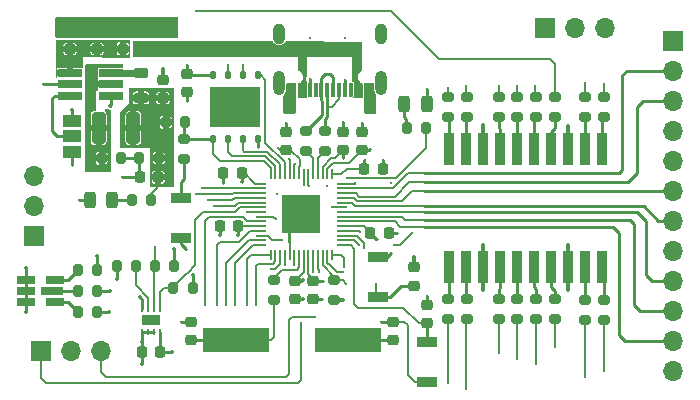
<source format=gbr>
%TF.GenerationSoftware,KiCad,Pcbnew,(7.0.0)*%
%TF.CreationDate,2023-04-19T21:09:27+03:00*%
%TF.ProjectId,Raspi Pico Board,52617370-6920-4506-9963-6f20426f6172,rev?*%
%TF.SameCoordinates,Original*%
%TF.FileFunction,Copper,L1,Top*%
%TF.FilePolarity,Positive*%
%FSLAX46Y46*%
G04 Gerber Fmt 4.6, Leading zero omitted, Abs format (unit mm)*
G04 Created by KiCad (PCBNEW (7.0.0)) date 2023-04-19 21:09:27*
%MOMM*%
%LPD*%
G01*
G04 APERTURE LIST*
G04 Aperture macros list*
%AMRoundRect*
0 Rectangle with rounded corners*
0 $1 Rounding radius*
0 $2 $3 $4 $5 $6 $7 $8 $9 X,Y pos of 4 corners*
0 Add a 4 corners polygon primitive as box body*
4,1,4,$2,$3,$4,$5,$6,$7,$8,$9,$2,$3,0*
0 Add four circle primitives for the rounded corners*
1,1,$1+$1,$2,$3*
1,1,$1+$1,$4,$5*
1,1,$1+$1,$6,$7*
1,1,$1+$1,$8,$9*
0 Add four rect primitives between the rounded corners*
20,1,$1+$1,$2,$3,$4,$5,0*
20,1,$1+$1,$4,$5,$6,$7,0*
20,1,$1+$1,$6,$7,$8,$9,0*
20,1,$1+$1,$8,$9,$2,$3,0*%
G04 Aperture macros list end*
%TA.AperFunction,SMDPad,CuDef*%
%ADD10RoundRect,0.225000X0.250000X-0.225000X0.250000X0.225000X-0.250000X0.225000X-0.250000X-0.225000X0*%
%TD*%
%TA.AperFunction,SMDPad,CuDef*%
%ADD11RoundRect,0.200000X-0.275000X0.200000X-0.275000X-0.200000X0.275000X-0.200000X0.275000X0.200000X0*%
%TD*%
%TA.AperFunction,SMDPad,CuDef*%
%ADD12RoundRect,0.200000X0.200000X0.275000X-0.200000X0.275000X-0.200000X-0.275000X0.200000X-0.275000X0*%
%TD*%
%TA.AperFunction,SMDPad,CuDef*%
%ADD13RoundRect,0.225000X-0.225000X-0.250000X0.225000X-0.250000X0.225000X0.250000X-0.225000X0.250000X0*%
%TD*%
%TA.AperFunction,SMDPad,CuDef*%
%ADD14RoundRect,0.225000X-0.250000X0.225000X-0.250000X-0.225000X0.250000X-0.225000X0.250000X0.225000X0*%
%TD*%
%TA.AperFunction,SMDPad,CuDef*%
%ADD15R,0.900000X2.800000*%
%TD*%
%TA.AperFunction,ComponentPad*%
%ADD16R,1.700000X1.700000*%
%TD*%
%TA.AperFunction,ComponentPad*%
%ADD17O,1.700000X1.700000*%
%TD*%
%TA.AperFunction,SMDPad,CuDef*%
%ADD18RoundRect,0.200000X0.275000X-0.200000X0.275000X0.200000X-0.275000X0.200000X-0.275000X-0.200000X0*%
%TD*%
%TA.AperFunction,SMDPad,CuDef*%
%ADD19RoundRect,0.200000X-0.200000X-0.275000X0.200000X-0.275000X0.200000X0.275000X-0.200000X0.275000X0*%
%TD*%
%TA.AperFunction,SMDPad,CuDef*%
%ADD20R,0.250000X0.500000*%
%TD*%
%TA.AperFunction,SMDPad,CuDef*%
%ADD21R,1.600000X0.900000*%
%TD*%
%TA.AperFunction,SMDPad,CuDef*%
%ADD22RoundRect,0.243750X0.243750X0.456250X-0.243750X0.456250X-0.243750X-0.456250X0.243750X-0.456250X0*%
%TD*%
%TA.AperFunction,SMDPad,CuDef*%
%ADD23RoundRect,0.225000X0.225000X0.250000X-0.225000X0.250000X-0.225000X-0.250000X0.225000X-0.250000X0*%
%TD*%
%TA.AperFunction,SMDPad,CuDef*%
%ADD24RoundRect,0.243750X-0.243750X-0.456250X0.243750X-0.456250X0.243750X0.456250X-0.243750X0.456250X0*%
%TD*%
%TA.AperFunction,SMDPad,CuDef*%
%ADD25R,1.700000X0.900000*%
%TD*%
%TA.AperFunction,WasherPad*%
%ADD26O,1.000000X2.100000*%
%TD*%
%TA.AperFunction,WasherPad*%
%ADD27O,1.000000X1.800000*%
%TD*%
%TA.AperFunction,SMDPad,CuDef*%
%ADD28R,0.300000X1.150000*%
%TD*%
%TA.AperFunction,SMDPad,CuDef*%
%ADD29R,5.600000X2.100000*%
%TD*%
%TA.AperFunction,SMDPad,CuDef*%
%ADD30RoundRect,0.125000X0.125000X-0.250000X0.125000X0.250000X-0.125000X0.250000X-0.125000X-0.250000X0*%
%TD*%
%TA.AperFunction,SMDPad,CuDef*%
%ADD31R,4.300000X3.400000*%
%TD*%
%TA.AperFunction,SMDPad,CuDef*%
%ADD32R,1.500000X1.000000*%
%TD*%
%TA.AperFunction,SMDPad,CuDef*%
%ADD33R,2.000000X0.650000*%
%TD*%
%TA.AperFunction,SMDPad,CuDef*%
%ADD34R,1.500000X0.650000*%
%TD*%
%TA.AperFunction,SMDPad,CuDef*%
%ADD35R,1.950000X0.650000*%
%TD*%
%TA.AperFunction,SMDPad,CuDef*%
%ADD36RoundRect,0.250000X0.325000X1.100000X-0.325000X1.100000X-0.325000X-1.100000X0.325000X-1.100000X0*%
%TD*%
%TA.AperFunction,SMDPad,CuDef*%
%ADD37RoundRect,0.050000X-0.387500X-0.050000X0.387500X-0.050000X0.387500X0.050000X-0.387500X0.050000X0*%
%TD*%
%TA.AperFunction,SMDPad,CuDef*%
%ADD38RoundRect,0.050000X-0.050000X-0.387500X0.050000X-0.387500X0.050000X0.387500X-0.050000X0.387500X0*%
%TD*%
%TA.AperFunction,SMDPad,CuDef*%
%ADD39R,3.200000X3.200000*%
%TD*%
%TA.AperFunction,SMDPad,CuDef*%
%ADD40RoundRect,0.218750X-0.381250X0.218750X-0.381250X-0.218750X0.381250X-0.218750X0.381250X0.218750X0*%
%TD*%
%TA.AperFunction,ViaPad*%
%ADD41C,0.250000*%
%TD*%
%TA.AperFunction,ViaPad*%
%ADD42C,0.350000*%
%TD*%
%TA.AperFunction,Conductor*%
%ADD43C,0.200000*%
%TD*%
%TA.AperFunction,Conductor*%
%ADD44C,0.250000*%
%TD*%
%TA.AperFunction,Conductor*%
%ADD45C,0.270000*%
%TD*%
%TA.AperFunction,Conductor*%
%ADD46C,0.300000*%
%TD*%
%TA.AperFunction,Conductor*%
%ADD47C,0.600000*%
%TD*%
G04 APERTURE END LIST*
D10*
%TO.P,C1,1*%
%TO.N,/USBC and Power/VBUS*%
X68534670Y-40275366D03*
%TO.P,C1,2*%
%TO.N,GND*%
X68534670Y-38725366D03*
%TD*%
D11*
%TO.P,R10,1*%
%TO.N,/Microcontroller/USB_N*%
X82000000Y-47275000D03*
%TO.P,R10,2*%
%TO.N,/Microcontroller/USB_M_N*%
X82000000Y-48925000D03*
%TD*%
D12*
%TO.P,R16,1*%
%TO.N,Net-(U5-ALERT)*%
X66025000Y-58700000D03*
%TO.P,R16,2*%
%TO.N,+3V3*%
X64375000Y-58700000D03*
%TD*%
D13*
%TO.P,C8,1*%
%TO.N,+3V3*%
X85331000Y-50430000D03*
%TO.P,C8,2*%
%TO.N,GND*%
X86881000Y-50430000D03*
%TD*%
D14*
%TO.P,C9,1*%
%TO.N,+3V3*%
X79450000Y-59925000D03*
%TO.P,C9,2*%
%TO.N,GND*%
X79450000Y-61475000D03*
%TD*%
D15*
%TO.P,U4,1,e_1*%
%TO.N,Net-(U4-e_1)*%
X92519999Y-48799999D03*
%TO.P,U4,2,d_1*%
%TO.N,Net-(U4-d_1)*%
X93959999Y-48799999D03*
%TO.P,U4,3,CC*%
%TO.N,GND*%
X95399999Y-48799999D03*
%TO.P,U4,4,c_1*%
%TO.N,Net-(U4-c_1)*%
X96839999Y-48799999D03*
%TO.P,U4,5,DP1*%
%TO.N,Net-(U4-DP1)*%
X98279999Y-48799999D03*
%TO.P,U4,6,e_2*%
%TO.N,Net-(U4-e_2)*%
X99719999Y-48799999D03*
%TO.P,U4,7,d_2*%
%TO.N,Net-(U4-d_2)*%
X101159999Y-48799999D03*
%TO.P,U4,8,CC*%
%TO.N,GND*%
X102599999Y-48799999D03*
%TO.P,U4,9,c_2*%
%TO.N,Net-(U4-c_2)*%
X104039999Y-48799999D03*
%TO.P,U4,10,DP_2*%
%TO.N,Net-(U4-DP_2)*%
X105479999Y-48799999D03*
%TO.P,U4,11,b_2*%
%TO.N,Net-(U4-b_2)*%
X105479999Y-58799999D03*
%TO.P,U4,12,a_2*%
%TO.N,Net-(U4-a_2)*%
X104039999Y-58799999D03*
%TO.P,U4,13,CC*%
%TO.N,GND*%
X102599999Y-58799999D03*
%TO.P,U4,14,f_2*%
%TO.N,Net-(U4-f_2)*%
X101159999Y-58799999D03*
%TO.P,U4,15,g_2*%
%TO.N,Net-(U4-g_2)*%
X99719999Y-58799999D03*
%TO.P,U4,16,b_1*%
%TO.N,Net-(U4-b_1)*%
X98279999Y-58799999D03*
%TO.P,U4,17,a_1*%
%TO.N,Net-(U4-a_1)*%
X96839999Y-58799999D03*
%TO.P,U4,18,CC*%
%TO.N,GND*%
X95399999Y-58799999D03*
%TO.P,U4,19,f_1*%
%TO.N,Net-(U4-f_1)*%
X93959999Y-58799999D03*
%TO.P,U4,20,g_1*%
%TO.N,Net-(U4-g_1)*%
X92519999Y-58799999D03*
%TD*%
D16*
%TO.P,J4,1,Pin_1*%
%TO.N,GND*%
X100619999Y-38499999D03*
D17*
%TO.P,J4,2,Pin_2*%
X103159999Y-38499999D03*
%TO.P,J4,3,Pin_3*%
X105699999Y-38499999D03*
%TD*%
D11*
%TO.P,R33,1*%
%TO.N,Net-(U4-g_1)*%
X92400000Y-61475000D03*
%TO.P,R33,2*%
%TO.N,/Microcontroller/display_G1*%
X92400000Y-63125000D03*
%TD*%
D18*
%TO.P,R7,1*%
%TO.N,Net-(R7-Pad1)*%
X70104000Y-49593000D03*
%TO.P,R7,2*%
%TO.N,/Microcontroller/QSPI_SS_N*%
X70104000Y-47943000D03*
%TD*%
D16*
%TO.P,J2,1,Pin_1*%
%TO.N,/Microcontroller/SWCLK*%
X57974999Y-65899999D03*
D17*
%TO.P,J2,2,Pin_2*%
%TO.N,GND*%
X60514999Y-65899999D03*
%TO.P,J2,3,Pin_3*%
%TO.N,/Microcontroller/SWDIO*%
X63054999Y-65899999D03*
%TD*%
D14*
%TO.P,C22,1*%
%TO.N,GND*%
X89550000Y-58800000D03*
%TO.P,C22,2*%
%TO.N,/Microcontroller/MCU_RUN*%
X89550000Y-60350000D03*
%TD*%
D19*
%TO.P,R18,1*%
%TO.N,/Microcontroller/I2C0_SDA*%
X69175000Y-60500000D03*
%TO.P,R18,2*%
%TO.N,+3V3*%
X70825000Y-60500000D03*
%TD*%
D20*
%TO.P,U5,1,SDA*%
%TO.N,/Microcontroller/I2C0_SDA*%
X68049999Y-62324999D03*
%TO.P,U5,2,SCL*%
%TO.N,/Microcontroller/I2C0_SCL*%
X67549999Y-62324999D03*
%TO.P,U5,3,ALERT*%
%TO.N,Net-(U5-ALERT)*%
X67049999Y-62324999D03*
%TO.P,U5,4,GND*%
%TO.N,GND*%
X66549999Y-62324999D03*
%TO.P,U5,5,A2*%
X66549999Y-64224999D03*
%TO.P,U5,6,A1*%
X67049999Y-64224999D03*
%TO.P,U5,7,A0*%
X67549999Y-64224999D03*
%TO.P,U5,8,V+*%
%TO.N,+3V3*%
X68049999Y-64224999D03*
D21*
%TO.P,U5,9*%
%TO.N,N/C*%
X67299999Y-63274999D03*
%TD*%
D10*
%TO.P,C21,1*%
%TO.N,/Microcontroller/XIN*%
X87790000Y-64975000D03*
%TO.P,C21,2*%
%TO.N,GND*%
X87790000Y-63425000D03*
%TD*%
%TO.P,C15,1*%
%TO.N,+1V1*%
X78730000Y-48875000D03*
%TO.P,C15,2*%
%TO.N,GND*%
X78730000Y-47325000D03*
%TD*%
D22*
%TO.P,D2,1,K*%
%TO.N,GND*%
X90599500Y-44958000D03*
%TO.P,D2,2,A*%
%TO.N,Net-(D2-A)*%
X88724500Y-44958000D03*
%TD*%
D23*
%TO.P,C12,1*%
%TO.N,+3V3*%
X74943000Y-50800000D03*
%TO.P,C12,2*%
%TO.N,GND*%
X73393000Y-50800000D03*
%TD*%
D18*
%TO.P,R24,1*%
%TO.N,/Microcontroller/display_F2*%
X101500000Y-63125000D03*
%TO.P,R24,2*%
%TO.N,Net-(U4-f_2)*%
X101500000Y-61475000D03*
%TD*%
D10*
%TO.P,C3,1*%
%TO.N,/USBC and Power/+5V_FB*%
X60427034Y-40283404D03*
%TO.P,C3,2*%
%TO.N,GND*%
X60427034Y-38733404D03*
%TD*%
D12*
%TO.P,FB1,1*%
%TO.N,/USBC and Power/VBUS*%
X66532054Y-40275520D03*
%TO.P,FB1,2*%
%TO.N,/USBC and Power/+5V_FB*%
X64882054Y-40275520D03*
%TD*%
D19*
%TO.P,R14,1*%
%TO.N,Net-(D4-GA)*%
X61075000Y-60800000D03*
%TO.P,R14,2*%
%TO.N,/Microcontroller/LED_R*%
X62725000Y-60800000D03*
%TD*%
D24*
%TO.P,D1,1,K*%
%TO.N,GND*%
X62133000Y-53086000D03*
%TO.P,D1,2,A*%
%TO.N,/USBC and Power/LED_POW_A*%
X64008000Y-53086000D03*
%TD*%
D11*
%TO.P,R11,1*%
%TO.N,/Microcontroller/MCU_RUN*%
X82800000Y-59875000D03*
%TO.P,R11,2*%
%TO.N,+3V3*%
X82800000Y-61525000D03*
%TD*%
D16*
%TO.P,J3,1,Pin_1*%
%TO.N,GND*%
X111499999Y-39624999D03*
D17*
%TO.P,J3,2,Pin_2*%
%TO.N,/Microcontroller/GPIO29*%
X111499999Y-42164999D03*
%TO.P,J3,3,Pin_3*%
%TO.N,/Microcontroller/GPIO28*%
X111499999Y-44704999D03*
%TO.P,J3,4,Pin_4*%
%TO.N,+3V3*%
X111499999Y-47244999D03*
%TO.P,J3,5,Pin_5*%
X111499999Y-49784999D03*
%TO.P,J3,6,Pin_6*%
%TO.N,/Microcontroller/GPIO27*%
X111499999Y-52324999D03*
%TO.P,J3,7,Pin_7*%
%TO.N,/Microcontroller/GPIO26*%
X111499999Y-54864999D03*
%TO.P,J3,8,Pin_8*%
%TO.N,+3V3*%
X111499999Y-57404999D03*
%TO.P,J3,9,Pin_9*%
%TO.N,/Microcontroller/GPIO24*%
X111499999Y-59944999D03*
%TO.P,J3,10,Pin_10*%
%TO.N,/Microcontroller/GPIO23*%
X111499999Y-62484999D03*
%TO.P,J3,11,Pin_11*%
%TO.N,/Microcontroller/GPIO22*%
X111499999Y-65024999D03*
%TO.P,J3,12,Pin_12*%
%TO.N,GND*%
X111499999Y-67564999D03*
%TD*%
D11*
%TO.P,R26,1*%
%TO.N,/Microcontroller/display_DP2*%
X105600000Y-44375000D03*
%TO.P,R26,2*%
%TO.N,Net-(U4-DP_2)*%
X105600000Y-46025000D03*
%TD*%
D18*
%TO.P,R31,1*%
%TO.N,Net-(U4-e_1)*%
X92400000Y-46025000D03*
%TO.P,R31,2*%
%TO.N,/Microcontroller/display_E1*%
X92400000Y-44375000D03*
%TD*%
%TO.P,R25,1*%
%TO.N,/Microcontroller/display_G2*%
X99900000Y-63125000D03*
%TO.P,R25,2*%
%TO.N,Net-(U4-g_2)*%
X99900000Y-61475000D03*
%TD*%
D12*
%TO.P,R3,1*%
%TO.N,+3V3*%
X67935863Y-49523895D03*
%TO.P,R3,2*%
%TO.N,/USBC and Power/BCK_FB*%
X66285863Y-49523895D03*
%TD*%
D10*
%TO.P,C14,1*%
%TO.N,+1V1*%
X83500000Y-48875000D03*
%TO.P,C14,2*%
%TO.N,GND*%
X83500000Y-47325000D03*
%TD*%
D25*
%TO.P,SW1,1,1*%
%TO.N,/Microcontroller/MCU_RUN*%
X86449999Y-61299999D03*
%TO.P,SW1,2,2*%
%TO.N,GND*%
X86449999Y-57899999D03*
%TD*%
D11*
%TO.P,R9,1*%
%TO.N,/Microcontroller/USB_P*%
X80400000Y-47275000D03*
%TO.P,R9,2*%
%TO.N,/Microcontroller/USB_M_P*%
X80400000Y-48925000D03*
%TD*%
D14*
%TO.P,C19,1*%
%TO.N,+3V3*%
X70358000Y-42405000D03*
%TO.P,C19,2*%
%TO.N,GND*%
X70358000Y-43955000D03*
%TD*%
D11*
%TO.P,R27,1*%
%TO.N,Net-(U4-a_1)*%
X96700000Y-61475000D03*
%TO.P,R27,2*%
%TO.N,/Microcontroller/display_A1*%
X96700000Y-63125000D03*
%TD*%
D18*
%TO.P,R20,1*%
%TO.N,/Microcontroller/display_B2*%
X105600000Y-63225000D03*
%TO.P,R20,2*%
%TO.N,Net-(U4-b_2)*%
X105600000Y-61575000D03*
%TD*%
D26*
%TO.P,J1,*%
%TO.N,*%
X86773999Y-43171999D03*
D27*
X86773999Y-38991999D03*
D26*
X78133999Y-43171999D03*
D27*
X78133999Y-38991999D03*
D28*
%TO.P,J1,A1,GND*%
%TO.N,GND*%
X85803999Y-43746999D03*
%TO.P,J1,A4,VBUS*%
%TO.N,/USBC and Power/VBUS*%
X85003999Y-43746999D03*
%TO.P,J1,A5,CC1*%
%TO.N,Net-(J1-CC1)*%
X83703999Y-43746999D03*
%TO.P,J1,A6,DP1*%
%TO.N,/Microcontroller/USB_P*%
X82703999Y-43746999D03*
%TO.P,J1,A7,DN1*%
%TO.N,/Microcontroller/USB_N*%
X82203999Y-43746999D03*
%TO.P,J1,A8,SBU1*%
%TO.N,unconnected-(J1-SBU1-PadA8)*%
X81203999Y-43746999D03*
%TO.P,J1,A9,VBUS*%
%TO.N,/USBC and Power/VBUS*%
X79903999Y-43746999D03*
%TO.P,J1,A12,GND*%
%TO.N,GND*%
X79103999Y-43746999D03*
%TO.P,J1,B1,GND*%
X79403999Y-43746999D03*
%TO.P,J1,B4,VBUS*%
%TO.N,/USBC and Power/VBUS*%
X80203999Y-43746999D03*
%TO.P,J1,B5,CC2*%
%TO.N,Net-(J1-CC2)*%
X80703999Y-43746999D03*
%TO.P,J1,B6,DP2*%
%TO.N,/Microcontroller/USB_P*%
X81703999Y-43746999D03*
%TO.P,J1,B7,DN2*%
%TO.N,/Microcontroller/USB_N*%
X83203999Y-43746999D03*
%TO.P,J1,B8,SBU2*%
%TO.N,unconnected-(J1-SBU2-PadB8)*%
X84203999Y-43746999D03*
%TO.P,J1,B9,VBUS*%
%TO.N,/USBC and Power/VBUS*%
X84703999Y-43746999D03*
%TO.P,J1,B12,GND*%
%TO.N,GND*%
X85503999Y-43746999D03*
%TD*%
D14*
%TO.P,C16,1*%
%TO.N,+1V1*%
X81026000Y-59925000D03*
%TO.P,C16,2*%
%TO.N,GND*%
X81026000Y-61475000D03*
%TD*%
D25*
%TO.P,SW2,1,1*%
%TO.N,GND*%
X69849999Y-56309999D03*
%TO.P,SW2,2,2*%
%TO.N,Net-(R7-Pad1)*%
X69849999Y-52909999D03*
%TD*%
D29*
%TO.P,Y1,1,1*%
%TO.N,Net-(C20-Pad1)*%
X74449999Y-64974999D03*
%TO.P,Y1,2,2*%
%TO.N,/Microcontroller/XIN*%
X83949999Y-64974999D03*
%TD*%
D10*
%TO.P,C13,1*%
%TO.N,+3V3*%
X85130000Y-48865000D03*
%TO.P,C13,2*%
%TO.N,GND*%
X85130000Y-47315000D03*
%TD*%
D11*
%TO.P,R28,1*%
%TO.N,Net-(U4-b_1)*%
X98300000Y-61475000D03*
%TO.P,R28,2*%
%TO.N,/Microcontroller/display_B1*%
X98300000Y-63125000D03*
%TD*%
D30*
%TO.P,U2,1,/CS*%
%TO.N,/Microcontroller/QSPI_SS_N*%
X72517000Y-47912000D03*
%TO.P,U2,2,DO*%
%TO.N,/Microcontroller/QSPI_SD1*%
X73787000Y-47912000D03*
%TO.P,U2,3,/WP*%
%TO.N,/Microcontroller/QSPI_SD2*%
X75057000Y-47912000D03*
%TO.P,U2,4,GND*%
%TO.N,GND*%
X76327000Y-47912000D03*
%TO.P,U2,5,DI*%
%TO.N,/Microcontroller/QSPI_SD0*%
X76327000Y-42512000D03*
%TO.P,U2,6,CLK*%
%TO.N,/Microcontroller/QSPI_SCLK*%
X75057000Y-42512000D03*
%TO.P,U2,7,/HOLD/RESET*%
%TO.N,/Microcontroller/QSPI_SD3*%
X73787000Y-42512000D03*
%TO.P,U2,8,VCC*%
%TO.N,+3V3*%
X72517000Y-42512000D03*
D31*
%TO.P,U2,9*%
%TO.N,N/C*%
X74421999Y-45211999D03*
%TD*%
D12*
%TO.P,R5,1*%
%TO.N,+3V3*%
X67279587Y-53082905D03*
%TO.P,R5,2*%
%TO.N,/USBC and Power/LED_POW_A*%
X65629587Y-53082905D03*
%TD*%
D23*
%TO.P,C11,1*%
%TO.N,+3V3*%
X74625000Y-55300000D03*
%TO.P,C11,2*%
%TO.N,GND*%
X73075000Y-55300000D03*
%TD*%
D19*
%TO.P,R12,1*%
%TO.N,Net-(D2-A)*%
X88915500Y-46990000D03*
%TO.P,R12,2*%
%TO.N,/Microcontroller/LED*%
X90565500Y-46990000D03*
%TD*%
D18*
%TO.P,R8,1*%
%TO.N,Net-(C20-Pad1)*%
X77700000Y-61525000D03*
%TO.P,R8,2*%
%TO.N,/Microcontroller/XOUT*%
X77700000Y-59875000D03*
%TD*%
D11*
%TO.P,R23,1*%
%TO.N,/Microcontroller/display_E2*%
X99900000Y-44375000D03*
%TO.P,R23,2*%
%TO.N,Net-(U4-e_2)*%
X99900000Y-46025000D03*
%TD*%
D14*
%TO.P,C23,1*%
%TO.N,GND*%
X90678000Y-61963000D03*
%TO.P,C23,2*%
%TO.N,/Microcontroller/USER_BUTTON*%
X90678000Y-63513000D03*
%TD*%
D16*
%TO.P,J5,1,Pin_1*%
%TO.N,+3V3*%
X57403999Y-56133999D03*
D17*
%TO.P,J5,2,Pin_2*%
X57403999Y-53593999D03*
%TO.P,J5,3,Pin_3*%
X57403999Y-51053999D03*
%TD*%
D18*
%TO.P,R29,1*%
%TO.N,Net-(U4-c_1)*%
X96700000Y-46025000D03*
%TO.P,R29,2*%
%TO.N,/Microcontroller/display_C1*%
X96700000Y-44375000D03*
%TD*%
D32*
%TO.P,JP1,1,A*%
%TO.N,GND*%
X60568499Y-48989999D03*
%TO.P,JP1,2,C*%
%TO.N,/USBC and Power/BCK_MODE*%
X60568499Y-47689999D03*
%TO.P,JP1,3,B*%
%TO.N,/USBC and Power/+5V_FB*%
X60568499Y-46389999D03*
%TD*%
D11*
%TO.P,R32,1*%
%TO.N,Net-(U4-f_1)*%
X94000000Y-61475000D03*
%TO.P,R32,2*%
%TO.N,/Microcontroller/display_F1*%
X94000000Y-63125000D03*
%TD*%
D10*
%TO.P,C20,1*%
%TO.N,Net-(C20-Pad1)*%
X70670000Y-64965000D03*
%TO.P,C20,2*%
%TO.N,GND*%
X70670000Y-63415000D03*
%TD*%
D18*
%TO.P,R34,1*%
%TO.N,Net-(U4-DP1)*%
X98300000Y-46025000D03*
%TO.P,R34,2*%
%TO.N,/Microcontroller/display_DP1*%
X98300000Y-44375000D03*
%TD*%
D23*
%TO.P,C24,1*%
%TO.N,+3V3*%
X68065660Y-65950000D03*
%TO.P,C24,2*%
%TO.N,GND*%
X66515660Y-65950000D03*
%TD*%
D18*
%TO.P,R19,1*%
%TO.N,/Microcontroller/display_A2*%
X104000000Y-63225000D03*
%TO.P,R19,2*%
%TO.N,Net-(U4-a_2)*%
X104000000Y-61575000D03*
%TD*%
D11*
%TO.P,R22,1*%
%TO.N,/Microcontroller/display_D2*%
X101500000Y-44375000D03*
%TO.P,R22,2*%
%TO.N,Net-(U4-d_2)*%
X101500000Y-46025000D03*
%TD*%
D19*
%TO.P,R17,1*%
%TO.N,/Microcontroller/I2C0_SCL*%
X67575000Y-58700000D03*
%TO.P,R17,2*%
%TO.N,+3V3*%
X69225000Y-58700000D03*
%TD*%
D33*
%TO.P,U3,1,RUN*%
%TO.N,/USBC and Power/+5V_FB*%
X63849041Y-44246395D03*
%TO.P,U3,2,GND*%
%TO.N,GND*%
X63849041Y-43296395D03*
%TO.P,U3,3,SW*%
%TO.N,/USBC and Power/SW_NODE*%
X63849041Y-42346395D03*
%TO.P,U3,4,VIN*%
%TO.N,/USBC and Power/+5V_FB*%
X60429041Y-42346395D03*
%TO.P,U3,5,VFB*%
%TO.N,/USBC and Power/BCK_FB*%
X60429041Y-43296395D03*
%TO.P,U3,6,MODE*%
%TO.N,/USBC and Power/BCK_MODE*%
X60429041Y-44246395D03*
%TD*%
D19*
%TO.P,R6,1*%
%TO.N,+3V3*%
X68517000Y-46482000D03*
%TO.P,R6,2*%
%TO.N,/Microcontroller/QSPI_SS_N*%
X70167000Y-46482000D03*
%TD*%
D13*
%TO.P,C10,1*%
%TO.N,+3V3*%
X85839000Y-55880000D03*
%TO.P,C10,2*%
%TO.N,GND*%
X87389000Y-55880000D03*
%TD*%
D34*
%TO.P,D4,1,RK*%
%TO.N,GND*%
X56649999Y-59849999D03*
%TO.P,D4,2,GK*%
X56649999Y-60799999D03*
%TO.P,D4,3,BK*%
X56649999Y-61749999D03*
%TO.P,D4,4,BA*%
%TO.N,Net-(D4-BA)*%
X59149999Y-61749999D03*
D35*
%TO.P,D4,5,GA*%
%TO.N,Net-(D4-GA)*%
X58924999Y-60799999D03*
D34*
%TO.P,D4,6,RA*%
%TO.N,Net-(D4-RA)*%
X59149999Y-59849999D03*
%TD*%
D10*
%TO.P,C5,1*%
%TO.N,+3V3*%
X68269616Y-44444512D03*
%TO.P,C5,2*%
%TO.N,GND*%
X68269616Y-42894512D03*
%TD*%
D12*
%TO.P,R4,1*%
%TO.N,/USBC and Power/BCK_FB*%
X64744000Y-49523027D03*
%TO.P,R4,2*%
%TO.N,GND*%
X63094000Y-49523027D03*
%TD*%
D19*
%TO.P,R15,1*%
%TO.N,Net-(D4-BA)*%
X61075000Y-62600000D03*
%TO.P,R15,2*%
%TO.N,/Microcontroller/LED_G*%
X62725000Y-62600000D03*
%TD*%
D36*
%TO.P,C6,1*%
%TO.N,+3V3*%
X65786000Y-46990000D03*
%TO.P,C6,2*%
%TO.N,GND*%
X62836000Y-46990000D03*
%TD*%
D37*
%TO.P,U1,1,IOVDD*%
%TO.N,+3V3*%
X76562500Y-51700000D03*
%TO.P,U1,2,GPIO0*%
%TO.N,/Microcontroller/display_E2*%
X76562500Y-52100000D03*
%TO.P,U1,3,GPIO1*%
%TO.N,/Microcontroller/display_D2*%
X76562500Y-52500000D03*
%TO.P,U1,4,GPIO2*%
%TO.N,/Microcontroller/display_C1*%
X76562500Y-52900000D03*
%TO.P,U1,5,GPIO3*%
%TO.N,/Microcontroller/display_D1*%
X76562500Y-53300000D03*
%TO.P,U1,6,GPIO4*%
%TO.N,/Microcontroller/I2C0_SDA*%
X76562500Y-53700000D03*
%TO.P,U1,7,GPIO5*%
%TO.N,/Microcontroller/I2C0_SCL*%
X76562500Y-54100000D03*
%TO.P,U1,8,GPIO6*%
%TO.N,/Microcontroller/display_E1*%
X76562500Y-54500000D03*
%TO.P,U1,9,GPIO7*%
%TO.N,/Microcontroller/display_F1*%
X76562500Y-54900000D03*
%TO.P,U1,10,IOVDD*%
%TO.N,+3V3*%
X76562500Y-55300000D03*
%TO.P,U1,11,GPIO8*%
%TO.N,/Microcontroller/display_G1*%
X76562500Y-55700000D03*
%TO.P,U1,12,GPIO9*%
%TO.N,/Microcontroller/display_DP1*%
X76562500Y-56100000D03*
%TO.P,U1,13,GPIO10*%
%TO.N,/Microcontroller/display_A2*%
X76562500Y-56500000D03*
%TO.P,U1,14,GPIO11*%
%TO.N,/Microcontroller/display_B2*%
X76562500Y-56900000D03*
D38*
%TO.P,U1,15,GPIO12*%
%TO.N,/Microcontroller/display_G2*%
X77400000Y-57737500D03*
%TO.P,U1,16,GPIO13*%
%TO.N,/Microcontroller/display_B1*%
X77800000Y-57737500D03*
%TO.P,U1,17,GPIO14*%
%TO.N,/Microcontroller/display_A1*%
X78200000Y-57737500D03*
%TO.P,U1,18,GPIO15*%
%TO.N,/Microcontroller/display_F2*%
X78600000Y-57737500D03*
%TO.P,U1,19,TESTEN*%
%TO.N,GND*%
X79000000Y-57737500D03*
%TO.P,U1,20,XIN*%
%TO.N,/Microcontroller/XIN*%
X79400000Y-57737500D03*
%TO.P,U1,21,XOUT*%
%TO.N,/Microcontroller/XOUT*%
X79800000Y-57737500D03*
%TO.P,U1,22,IOVDD*%
%TO.N,+3V3*%
X80200000Y-57737500D03*
%TO.P,U1,23,DVDD*%
%TO.N,+1V1*%
X80600000Y-57737500D03*
%TO.P,U1,24,SWCLK*%
%TO.N,/Microcontroller/SWCLK*%
X81000000Y-57737500D03*
%TO.P,U1,25,SWDIO*%
%TO.N,/Microcontroller/SWDIO*%
X81400000Y-57737500D03*
%TO.P,U1,26,RUN*%
%TO.N,/Microcontroller/MCU_RUN*%
X81800000Y-57737500D03*
%TO.P,U1,27,GPIO16*%
%TO.N,/Microcontroller/display_DP2*%
X82200000Y-57737500D03*
%TO.P,U1,28,GPIO17*%
%TO.N,/Microcontroller/display_C2*%
X82600000Y-57737500D03*
D37*
%TO.P,U1,29,GPIO18*%
%TO.N,/Microcontroller/USER_BUTTON*%
X83437500Y-56900000D03*
%TO.P,U1,30,GPIO19*%
%TO.N,/Microcontroller/LED_R*%
X83437500Y-56500000D03*
%TO.P,U1,31,GPIO20*%
%TO.N,/Microcontroller/LED_G*%
X83437500Y-56100000D03*
%TO.P,U1,32,GPIO21*%
%TO.N,/Microcontroller/LED_B*%
X83437500Y-55700000D03*
%TO.P,U1,33,IOVDD*%
%TO.N,+3V3*%
X83437500Y-55300000D03*
%TO.P,U1,34,GPIO22*%
%TO.N,/Microcontroller/GPIO22*%
X83437500Y-54900000D03*
%TO.P,U1,35,GPIO23*%
%TO.N,/Microcontroller/GPIO23*%
X83437500Y-54500000D03*
%TO.P,U1,36,GPIO24*%
%TO.N,/Microcontroller/GPIO24*%
X83437500Y-54100000D03*
%TO.P,U1,37,GPIO25*%
%TO.N,/Microcontroller/LED*%
X83437500Y-53700000D03*
%TO.P,U1,38,GPIO26/ADC0*%
%TO.N,/Microcontroller/GPIO26*%
X83437500Y-53300000D03*
%TO.P,U1,39,GPIO27/ADC1*%
%TO.N,/Microcontroller/GPIO27*%
X83437500Y-52900000D03*
%TO.P,U1,40,GPIO28/ADC2*%
%TO.N,/Microcontroller/GPIO28*%
X83437500Y-52500000D03*
%TO.P,U1,41,GPIO29/ADC3*%
%TO.N,/Microcontroller/GPIO29*%
X83437500Y-52100000D03*
%TO.P,U1,42,IOVDD*%
%TO.N,+3V3*%
X83437500Y-51700000D03*
D38*
%TO.P,U1,43,ADC_AVDD*%
X82600000Y-50862500D03*
%TO.P,U1,44,VREG_VIN*%
X82200000Y-50862500D03*
%TO.P,U1,45,VREG_VOUT*%
%TO.N,+1V1*%
X81800000Y-50862500D03*
%TO.P,U1,46,USB_DM*%
%TO.N,/Microcontroller/USB_M_N*%
X81400000Y-50862500D03*
%TO.P,U1,47,USB_DP*%
%TO.N,/Microcontroller/USB_M_P*%
X81000000Y-50862500D03*
%TO.P,U1,48,USB_VDD*%
%TO.N,+3V3*%
X80600000Y-50862500D03*
%TO.P,U1,49,IOVDD*%
X80200000Y-50862500D03*
%TO.P,U1,50,DVDD*%
%TO.N,+1V1*%
X79800000Y-50862500D03*
%TO.P,U1,51,QSPI_SD3*%
%TO.N,/Microcontroller/QSPI_SD3*%
X79400000Y-50862500D03*
%TO.P,U1,52,QSPI_SCLK*%
%TO.N,/Microcontroller/QSPI_SCLK*%
X79000000Y-50862500D03*
%TO.P,U1,53,QSPI_SD0*%
%TO.N,/Microcontroller/QSPI_SD0*%
X78600000Y-50862500D03*
%TO.P,U1,54,QSPI_SD2*%
%TO.N,/Microcontroller/QSPI_SD2*%
X78200000Y-50862500D03*
%TO.P,U1,55,QSPI_SD1*%
%TO.N,/Microcontroller/QSPI_SD1*%
X77800000Y-50862500D03*
%TO.P,U1,56,QSPI_SS_N*%
%TO.N,/Microcontroller/QSPI_SS_N*%
X77400000Y-50862500D03*
D39*
%TO.P,U1,57,GND*%
%TO.N,GND*%
X79999999Y-54299999D03*
%TD*%
D11*
%TO.P,R21,1*%
%TO.N,/Microcontroller/display_C2*%
X104000000Y-44375000D03*
%TO.P,R21,2*%
%TO.N,Net-(U4-c_2)*%
X104000000Y-46025000D03*
%TD*%
D40*
%TO.P,L1,1,1*%
%TO.N,/USBC and Power/SW_NODE*%
X66420072Y-42310171D03*
%TO.P,L1,2,2*%
%TO.N,+3V3*%
X66420072Y-44435171D03*
%TD*%
D19*
%TO.P,R13,1*%
%TO.N,Net-(D4-RA)*%
X61075000Y-59000000D03*
%TO.P,R13,2*%
%TO.N,/Microcontroller/LED_B*%
X62725000Y-59000000D03*
%TD*%
D18*
%TO.P,R30,1*%
%TO.N,Net-(U4-d_1)*%
X94000000Y-46025000D03*
%TO.P,R30,2*%
%TO.N,/Microcontroller/display_D1*%
X94000000Y-44375000D03*
%TD*%
D23*
%TO.P,C4,1*%
%TO.N,+3V3*%
X67889080Y-51169997D03*
%TO.P,C4,2*%
%TO.N,/USBC and Power/BCK_FB*%
X66339080Y-51169997D03*
%TD*%
D10*
%TO.P,C2,1*%
%TO.N,/USBC and Power/+5V_FB*%
X62717053Y-40280623D03*
%TO.P,C2,2*%
%TO.N,GND*%
X62717053Y-38730623D03*
%TD*%
D25*
%TO.P,SW3,1,1*%
%TO.N,/Microcontroller/USER_BUTTON*%
X90677999Y-65101999D03*
%TO.P,SW3,2,2*%
%TO.N,GND*%
X90677999Y-68501999D03*
%TD*%
D41*
%TO.N,GND*%
X61900000Y-48300000D03*
X61900000Y-47800000D03*
X61900000Y-47300000D03*
X61900000Y-46800000D03*
X61900000Y-46200000D03*
X61900000Y-45700000D03*
X62500000Y-44500000D03*
X62500000Y-43900000D03*
X62500000Y-41900000D03*
X62500000Y-42400000D03*
X62500000Y-42900000D03*
X62500000Y-43400000D03*
X90599500Y-43688000D03*
X82157090Y-51937136D03*
X85900000Y-45100000D03*
X76323434Y-48575500D03*
X63665000Y-46422000D03*
D42*
X56650000Y-62550000D03*
D41*
X80264000Y-53086000D03*
X61200000Y-37900000D03*
X79300000Y-44700000D03*
D42*
X73075000Y-56060000D03*
D41*
X67700000Y-39100000D03*
D42*
X95400000Y-46736000D03*
X89550000Y-57930000D03*
D41*
X62395000Y-48708000D03*
X80772000Y-54356000D03*
X67700000Y-37900000D03*
X78700000Y-45500000D03*
X83500000Y-46500000D03*
X86740000Y-63425000D03*
X69300000Y-39100000D03*
X81280000Y-54356000D03*
X59600000Y-38500000D03*
X83695924Y-39339377D03*
X78731938Y-46538428D03*
X62141000Y-43628000D03*
X62141000Y-43120000D03*
X63411000Y-48708000D03*
X61200000Y-39100000D03*
X85600000Y-44700000D03*
D42*
X80140000Y-61480000D03*
X66515660Y-66950000D03*
D41*
X79248000Y-55372000D03*
X79756000Y-54356000D03*
X81280000Y-55372000D03*
D42*
X68269616Y-41995252D03*
D41*
X59600000Y-37900000D03*
X81788000Y-61468000D03*
X80264000Y-55372000D03*
X80264000Y-54356000D03*
X63665000Y-45914000D03*
X86200000Y-44700000D03*
X63500000Y-37900000D03*
D42*
X95400000Y-60706000D03*
D41*
X70358000Y-44704000D03*
X61900000Y-39100000D03*
X78700000Y-44700000D03*
X63500000Y-38500000D03*
X79756000Y-53086000D03*
X73400000Y-51622795D03*
X61900000Y-38500000D03*
X63665000Y-47438000D03*
X87607844Y-51629500D03*
X63665000Y-47946000D03*
X81280000Y-53086000D03*
X79248000Y-54356000D03*
X70200000Y-57200000D03*
X79300000Y-45500000D03*
X62100000Y-49800000D03*
X61900000Y-37900000D03*
X62141000Y-42612000D03*
X85600000Y-45500000D03*
X79248000Y-53086000D03*
D42*
X66364477Y-61335523D03*
D41*
X85130000Y-46540000D03*
X63665000Y-46930000D03*
D42*
X102600000Y-60706000D03*
D41*
X62300000Y-49400000D03*
D42*
X102596914Y-46821883D03*
D41*
X86895000Y-49720000D03*
X78740000Y-55372000D03*
X62700000Y-50400000D03*
X62903000Y-48708000D03*
X62700000Y-37900000D03*
X62141000Y-44136000D03*
X77965000Y-52565000D03*
X62141000Y-42104000D03*
D42*
X56650000Y-58850000D03*
X95400000Y-56875000D03*
D41*
X78740000Y-54356000D03*
X63500000Y-39100000D03*
X61200000Y-38500000D03*
X62100000Y-49000000D03*
X88138000Y-55880000D03*
X78740000Y-53086000D03*
X79756000Y-55372000D03*
X69800000Y-63400000D03*
X90678000Y-61214000D03*
X80772000Y-53086000D03*
X67700000Y-38500000D03*
X79000000Y-45100000D03*
X61214000Y-53086000D03*
X86200000Y-45500000D03*
X59600000Y-39100000D03*
X62300000Y-50200000D03*
X68500000Y-37900000D03*
X69300000Y-37900000D03*
X69300000Y-38500000D03*
D42*
X66550000Y-65100000D03*
X102600000Y-56896000D03*
D41*
X80723175Y-39334276D03*
X62100000Y-50600000D03*
X87590083Y-57605583D03*
X60560254Y-50137001D03*
X80772000Y-55372000D03*
X60400000Y-37900000D03*
X63500000Y-50400000D03*
D42*
%TO.N,/USBC and Power/+5V_FB*%
X60554754Y-45450112D03*
X60535121Y-41290797D03*
X63832940Y-45094079D03*
D41*
%TO.N,/USBC and Power/BCK_FB*%
X58166000Y-43297514D03*
X64858660Y-51171660D03*
%TO.N,+3V3*%
X80617941Y-51867574D03*
D42*
X68745000Y-45406000D03*
D41*
X67700000Y-46800000D03*
X67700000Y-46000000D03*
D42*
X83560000Y-61525000D03*
D41*
X84582000Y-51629500D03*
X68700000Y-49400000D03*
X86444500Y-56388000D03*
D42*
X66967000Y-47184000D03*
D41*
X80197276Y-51852129D03*
X67300000Y-48600000D03*
X70358000Y-41656000D03*
D42*
X66967000Y-46676000D03*
X68237000Y-45406000D03*
D41*
X68700000Y-48600000D03*
D42*
X66967000Y-45660000D03*
D41*
X68100000Y-47400000D03*
D42*
X69050000Y-65950000D03*
D41*
X74930000Y-51562000D03*
X68700000Y-50200000D03*
X85350000Y-49680000D03*
D42*
X66967000Y-46168000D03*
D41*
X68700000Y-51000000D03*
D42*
X67475000Y-45406000D03*
D41*
X67700000Y-47300000D03*
D42*
X64372134Y-59763212D03*
X66967000Y-47692000D03*
X69250000Y-57250000D03*
X80100000Y-59900000D03*
D41*
X85852000Y-48768000D03*
D42*
X70825000Y-59450000D03*
X66967000Y-48200000D03*
X74625000Y-56050000D03*
D41*
X69100000Y-47400000D03*
X68700000Y-51800000D03*
X67900000Y-48600000D03*
X68600000Y-47400000D03*
%TO.N,+1V1*%
X83500000Y-49515500D03*
X78021696Y-48724304D03*
X81816294Y-59925948D03*
%TO.N,/Microcontroller/XIN*%
X83950000Y-64975000D03*
X79375500Y-58575500D03*
%TO.N,/Microcontroller/MCU_RUN*%
X86360000Y-60198000D03*
X83820000Y-60198000D03*
%TO.N,Net-(J1-CC1)*%
X83707143Y-42888526D03*
%TO.N,Net-(J1-CC2)*%
X80706094Y-42827849D03*
%TO.N,/Microcontroller/SWCLK*%
X81024500Y-59150500D03*
X80010000Y-63500000D03*
%TO.N,/Microcontroller/SWDIO*%
X81170428Y-62986901D03*
X81473782Y-59164592D03*
%TO.N,/Microcontroller/I2C0_SCL*%
X75400000Y-54124500D03*
X67575000Y-57058456D03*
D42*
%TO.N,/Microcontroller/LED_B*%
X62730576Y-57869388D03*
D41*
X84995063Y-55793810D03*
D42*
%TO.N,/Microcontroller/LED_R*%
X63800000Y-60800000D03*
D41*
X84900000Y-56900000D03*
D42*
%TO.N,/Microcontroller/LED_G*%
X63700000Y-62600000D03*
D41*
X85325000Y-57150000D03*
%TO.N,/Microcontroller/display_A2*%
X104000000Y-68074607D03*
X73660000Y-61976000D03*
%TO.N,/Microcontroller/display_B2*%
X105664000Y-67564000D03*
X74422000Y-61976000D03*
%TO.N,/Microcontroller/display_C2*%
X104031667Y-43180000D03*
X83612167Y-58720167D03*
%TO.N,/Microcontroller/display_D2*%
X71120000Y-37084000D03*
X71120000Y-52578000D03*
%TO.N,/Microcontroller/display_E2*%
X71630817Y-52100997D03*
X99822000Y-43434000D03*
%TO.N,/Microcontroller/display_F2*%
X101500000Y-65532000D03*
X78617732Y-58575500D03*
%TO.N,/Microcontroller/display_G2*%
X75438000Y-61976000D03*
X99902474Y-67012536D03*
%TO.N,/Microcontroller/display_DP2*%
X105590000Y-43250000D03*
X83568663Y-59175000D03*
%TO.N,/Microcontroller/display_A1*%
X96696099Y-66035899D03*
X77470000Y-58928000D03*
%TO.N,/Microcontroller/display_B1*%
X76200000Y-61976000D03*
X98300000Y-66548000D03*
%TO.N,/Microcontroller/display_C1*%
X96704299Y-43405704D03*
X72136000Y-53086000D03*
%TO.N,/Microcontroller/display_D1*%
X93980000Y-43434000D03*
X72644000Y-53594000D03*
%TO.N,/Microcontroller/display_E1*%
X77851000Y-54737000D03*
X92378099Y-43582208D03*
%TO.N,/Microcontroller/display_F1*%
X93980000Y-69088000D03*
X71882000Y-61976000D03*
%TO.N,/Microcontroller/display_G1*%
X92398801Y-68580000D03*
X72898000Y-61976000D03*
%TO.N,/Microcontroller/display_DP1*%
X78399000Y-56475000D03*
X87884000Y-56896000D03*
X98298000Y-43434000D03*
X89408000Y-55880000D03*
%TO.N,/Microcontroller/QSPI_SCLK*%
X78940540Y-49649500D03*
X75044847Y-41680966D03*
%TO.N,/Microcontroller/QSPI_SD3*%
X79424500Y-50038000D03*
X73771966Y-41660438D03*
%TO.N,/Microcontroller/LED*%
X83879117Y-51205000D03*
X82618444Y-53701481D03*
%TD*%
D43*
%TO.N,/Microcontroller/SWDIO*%
X63055000Y-67627000D02*
X63055000Y-65900000D01*
X78740000Y-68072000D02*
X63500000Y-68072000D01*
X78994000Y-63246000D02*
X78994000Y-67818000D01*
X78994000Y-67818000D02*
X78740000Y-68072000D01*
X79253099Y-62986901D02*
X78994000Y-63246000D01*
X81170428Y-62986901D02*
X79253099Y-62986901D01*
X63500000Y-68072000D02*
X63055000Y-67627000D01*
D44*
%TO.N,GND*%
X73393000Y-51615795D02*
X73393000Y-50800000D01*
X73400000Y-51622795D02*
X73393000Y-51615795D01*
D43*
%TO.N,/Microcontroller/QSPI_SS_N*%
X72517000Y-49217000D02*
X72517000Y-47912000D01*
X77400000Y-50400000D02*
X77400000Y-50862500D01*
X76800000Y-49800000D02*
X77400000Y-50400000D01*
X73100000Y-49800000D02*
X72517000Y-49217000D01*
X73100000Y-49800000D02*
X76800000Y-49800000D01*
%TO.N,/Microcontroller/USB_N*%
X82576000Y-45200000D02*
X82204000Y-45200000D01*
X83204000Y-44572000D02*
X82576000Y-45200000D01*
D45*
%TO.N,/Microcontroller/USB_P*%
X81769000Y-45906000D02*
X80400000Y-47275000D01*
X81769000Y-44674501D02*
X81769000Y-45906000D01*
X81704000Y-44609501D02*
X81769000Y-44674501D01*
X81704000Y-43747000D02*
X81704000Y-44609501D01*
%TO.N,/Microcontroller/USB_N*%
X82000000Y-46198260D02*
X82000000Y-47275000D01*
X82139000Y-46059260D02*
X82000000Y-46198260D01*
X82139000Y-44674501D02*
X82139000Y-46059260D01*
X82204000Y-43747000D02*
X82204000Y-44609501D01*
X82204000Y-44609501D02*
X82139000Y-44674501D01*
D44*
%TO.N,GND*%
X85130000Y-46540000D02*
X85130000Y-47315000D01*
X83500000Y-46500000D02*
X83500000Y-47325000D01*
X78994000Y-55306000D02*
X80000000Y-54300000D01*
D43*
X86450000Y-57900000D02*
X87295666Y-57900000D01*
X76327000Y-48571934D02*
X76323434Y-48575500D01*
D44*
X66515660Y-66153798D02*
X66550000Y-66119458D01*
X67050000Y-64225000D02*
X67550000Y-64225000D01*
X69850000Y-56310000D02*
X69850000Y-56850000D01*
D43*
X79000000Y-55620000D02*
X79248000Y-55372000D01*
D46*
X95400000Y-48800000D02*
X95400000Y-46736000D01*
D43*
X88725000Y-63425000D02*
X87790000Y-63425000D01*
D44*
X69815000Y-63415000D02*
X70670000Y-63415000D01*
X87295666Y-57900000D02*
X87590083Y-57605583D01*
X66550000Y-66119458D02*
X66550000Y-64225000D01*
D46*
X68269616Y-42894512D02*
X68269616Y-41995252D01*
D44*
X66550000Y-61521046D02*
X66364477Y-61335523D01*
D46*
X102600000Y-60706000D02*
X102600000Y-58800000D01*
D44*
X62133000Y-53086000D02*
X61214000Y-53086000D01*
X56650000Y-59850000D02*
X56650000Y-60800000D01*
D46*
X102600000Y-48800000D02*
X102600000Y-46824969D01*
D44*
X73075000Y-55300000D02*
X73075000Y-56060000D01*
X66515660Y-66950000D02*
X66515660Y-66153798D01*
D46*
X89550000Y-57930000D02*
X89550000Y-58800000D01*
D44*
X70358000Y-43955000D02*
X70358000Y-44704000D01*
D46*
X95400000Y-58800000D02*
X95400000Y-60706000D01*
D43*
X89602000Y-68502000D02*
X89000000Y-67900000D01*
D44*
X66550000Y-62325000D02*
X66550000Y-61521046D01*
D43*
X90678000Y-68502000D02*
X89602000Y-68502000D01*
D44*
X56650000Y-59850000D02*
X56650000Y-58850000D01*
X80135000Y-61475000D02*
X79450000Y-61475000D01*
X86895000Y-49720000D02*
X86895000Y-50430000D01*
X102600000Y-46824969D02*
X102596914Y-46821883D01*
X78994000Y-56642000D02*
X78994000Y-55306000D01*
X69800000Y-63400000D02*
X69815000Y-63415000D01*
X86740000Y-63425000D02*
X87790000Y-63425000D01*
X90599500Y-43688000D02*
X90599500Y-44958000D01*
X56650000Y-60800000D02*
X56650000Y-61750000D01*
D46*
X95400000Y-58800000D02*
X95400000Y-56875000D01*
D44*
X78730000Y-46540366D02*
X78731938Y-46538428D01*
X87389000Y-55880000D02*
X88138000Y-55880000D01*
X69850000Y-56850000D02*
X70200000Y-57200000D01*
X78730000Y-47325000D02*
X78730000Y-46540366D01*
D43*
X89000000Y-63700000D02*
X88725000Y-63425000D01*
D44*
X56650000Y-61750000D02*
X56650000Y-62550000D01*
D46*
X102600000Y-56896000D02*
X102600000Y-58800000D01*
D44*
X76327000Y-47912000D02*
X76327000Y-48571934D01*
X66550000Y-64225000D02*
X67050000Y-64225000D01*
X90678000Y-61963000D02*
X90678000Y-61214000D01*
X81788000Y-61468000D02*
X81781000Y-61475000D01*
D43*
X89000000Y-67900000D02*
X89000000Y-63700000D01*
D44*
X60568500Y-48990000D02*
X60568500Y-50128755D01*
X81781000Y-61475000D02*
X81026000Y-61475000D01*
D43*
X79000000Y-57737500D02*
X79000000Y-56648000D01*
D44*
X60568500Y-50128755D02*
X60560254Y-50137001D01*
X80140000Y-61480000D02*
X80135000Y-61475000D01*
D43*
X79000000Y-56648000D02*
X78994000Y-56642000D01*
D44*
%TO.N,/USBC and Power/+5V_FB*%
X60568500Y-46390000D02*
X60568500Y-45463858D01*
X60568500Y-45463858D02*
X60554754Y-45450112D01*
X63849042Y-44246396D02*
X63849042Y-45077977D01*
X63849042Y-45077977D02*
X63832940Y-45094079D01*
%TO.N,/USBC and Power/BCK_FB*%
X66285863Y-51116780D02*
X66339080Y-51169997D01*
X58166000Y-43297514D02*
X58331615Y-43297514D01*
X66339080Y-51169997D02*
X64860323Y-51169997D01*
X66285863Y-49523895D02*
X64744868Y-49523895D01*
X64744868Y-49523895D02*
X64744000Y-49523027D01*
X66285863Y-49523895D02*
X66285863Y-51116780D01*
X58332733Y-43296396D02*
X60429042Y-43296396D01*
X58331615Y-43297514D02*
X58332733Y-43296396D01*
X64860323Y-51169997D02*
X64858660Y-51171660D01*
%TO.N,+3V3*%
X74625000Y-56050000D02*
X74625000Y-55300000D01*
X68050000Y-65934340D02*
X68050000Y-64225000D01*
D43*
X82200000Y-50470000D02*
X82720000Y-49950000D01*
D44*
X85839000Y-55880000D02*
X86347000Y-56388000D01*
D43*
X68020000Y-49699000D02*
X67945000Y-49624000D01*
D44*
X70825000Y-60500000D02*
X70825000Y-59450000D01*
X86347000Y-56388000D02*
X86444500Y-56388000D01*
D43*
X84582000Y-51629500D02*
X84511500Y-51700000D01*
X84511500Y-51700000D02*
X83437500Y-51700000D01*
D44*
X69050000Y-65950000D02*
X68065660Y-65950000D01*
D43*
X76562500Y-51700000D02*
X76097000Y-51700000D01*
X80075000Y-59925000D02*
X80100000Y-59900000D01*
X67818000Y-52070000D02*
X67818000Y-51241077D01*
D44*
X69225000Y-57275000D02*
X69225000Y-58700000D01*
D43*
X80197276Y-51852129D02*
X80200000Y-51849405D01*
X83830000Y-50430000D02*
X85355000Y-50430000D01*
X82200000Y-50862500D02*
X82200000Y-50470000D01*
D44*
X69250000Y-57250000D02*
X69225000Y-57275000D01*
X70228019Y-42506204D02*
X72511204Y-42506204D01*
D43*
X76097000Y-51700000D02*
X74943000Y-50546000D01*
X67279587Y-52608413D02*
X67818000Y-52070000D01*
X74943000Y-51549000D02*
X74930000Y-51562000D01*
D44*
X64375000Y-58700000D02*
X64375000Y-59760346D01*
D43*
X80600000Y-51849633D02*
X80617941Y-51867574D01*
D44*
X74943000Y-50800000D02*
X74943000Y-51549000D01*
X64375000Y-59760346D02*
X64372134Y-59763212D01*
D43*
X72511204Y-42506204D02*
X72517000Y-42512000D01*
X85300612Y-55300000D02*
X85625905Y-55625293D01*
D46*
X83560000Y-61525000D02*
X82800000Y-61525000D01*
D44*
X85755000Y-48865000D02*
X85852000Y-48768000D01*
D43*
X67947794Y-49535826D02*
X67935863Y-49523895D01*
X84045000Y-49950000D02*
X85130000Y-48865000D01*
X83437500Y-55300000D02*
X85300612Y-55300000D01*
X82720000Y-49950000D02*
X84045000Y-49950000D01*
D44*
X70358000Y-42405000D02*
X70358000Y-41656000D01*
X85345000Y-50430000D02*
X85345000Y-49685000D01*
D43*
X83397500Y-50862500D02*
X83830000Y-50430000D01*
X76562500Y-55300000D02*
X74625000Y-55300000D01*
X85345000Y-49685000D02*
X85350000Y-49680000D01*
X82600000Y-50862500D02*
X83397500Y-50862500D01*
X80200000Y-59175000D02*
X80200000Y-57737500D01*
X80200000Y-51849405D02*
X80200000Y-50862500D01*
D44*
X79450000Y-59925000D02*
X80075000Y-59925000D01*
D43*
X85625905Y-55625293D02*
X85625905Y-55626000D01*
X67818000Y-51241077D02*
X67889080Y-51169997D01*
X67279587Y-53082905D02*
X67279587Y-52608413D01*
D44*
X85130000Y-48865000D02*
X85755000Y-48865000D01*
D43*
X79450000Y-59925000D02*
X80200000Y-59175000D01*
X80600000Y-50862500D02*
X80600000Y-51849633D01*
%TO.N,+1V1*%
X81815948Y-59925948D02*
X81815000Y-59925000D01*
X78730000Y-48875000D02*
X78172392Y-48875000D01*
X81800000Y-50862500D02*
X81800000Y-50304314D01*
X79849500Y-50242500D02*
X79849500Y-49653613D01*
D44*
X83500000Y-48875000D02*
X83500000Y-49515500D01*
D43*
X81150000Y-59925000D02*
X80600000Y-59375000D01*
X78730000Y-48875000D02*
X79101000Y-48875000D01*
X79849500Y-49653613D02*
X79082538Y-48886651D01*
X81800000Y-50304314D02*
X82554314Y-49550000D01*
X79800000Y-50862500D02*
X79800000Y-50292000D01*
X79082538Y-48886651D02*
X79082538Y-48875000D01*
X82825000Y-49550000D02*
X83500000Y-48875000D01*
X81816294Y-59925948D02*
X81815948Y-59925948D01*
D44*
X81150000Y-59925000D02*
X81815000Y-59925000D01*
D43*
X78172392Y-48875000D02*
X78021696Y-48724304D01*
X82554314Y-49550000D02*
X82825000Y-49550000D01*
X80600000Y-59375000D02*
X80600000Y-57737500D01*
X79800000Y-50292000D02*
X79849500Y-50242500D01*
%TO.N,Net-(C20-Pad1)*%
X77700000Y-64700000D02*
X77700000Y-61525000D01*
D44*
X70680000Y-64975000D02*
X74450000Y-64975000D01*
X70670000Y-64965000D02*
X70680000Y-64975000D01*
D43*
X74450000Y-64975000D02*
X77425000Y-64975000D01*
X77425000Y-64975000D02*
X77700000Y-64700000D01*
D44*
%TO.N,/Microcontroller/XIN*%
X87790000Y-64975000D02*
X83950000Y-64975000D01*
D43*
X79375500Y-58575500D02*
X79400000Y-58551000D01*
X79400000Y-58551000D02*
X79400000Y-57737500D01*
D44*
%TO.N,/Microcontroller/MCU_RUN*%
X88450000Y-60350000D02*
X89550000Y-60350000D01*
D43*
X86360000Y-60198000D02*
X86360000Y-61210000D01*
X82800000Y-59875000D02*
X83497000Y-59875000D01*
X82800000Y-59600000D02*
X82800000Y-59875000D01*
X81800000Y-58600000D02*
X82800000Y-59600000D01*
X83497000Y-59875000D02*
X83820000Y-60198000D01*
X86360000Y-61210000D02*
X86450000Y-61300000D01*
D44*
X87500000Y-61300000D02*
X88450000Y-60350000D01*
D43*
X81800000Y-57737500D02*
X81800000Y-58600000D01*
D44*
X86450000Y-61300000D02*
X87500000Y-61300000D01*
%TO.N,/Microcontroller/USER_BUTTON*%
X90678000Y-65102000D02*
X90678000Y-63513000D01*
D43*
X84500000Y-57200000D02*
X84500000Y-61894000D01*
X84500000Y-61894000D02*
X84836000Y-62230000D01*
X88646000Y-62230000D02*
X89929000Y-63513000D01*
X83437500Y-56900000D02*
X84200000Y-56900000D01*
X84200000Y-56900000D02*
X84500000Y-57200000D01*
X89929000Y-63513000D02*
X90678000Y-63513000D01*
X84836000Y-62230000D02*
X88646000Y-62230000D01*
D44*
%TO.N,/USBC and Power/LED_POW_A*%
X64008000Y-53086000D02*
X65626492Y-53086000D01*
X65626492Y-53086000D02*
X65629587Y-53082905D01*
%TO.N,Net-(D2-A)*%
X88900000Y-46974500D02*
X88915500Y-46990000D01*
X88724500Y-46052500D02*
X88900000Y-46228000D01*
X88900000Y-46228000D02*
X88900000Y-46974500D01*
X88724500Y-44958000D02*
X88724500Y-46052500D01*
%TO.N,Net-(D4-BA)*%
X59150000Y-61750000D02*
X60225000Y-61750000D01*
X60225000Y-61750000D02*
X61075000Y-62600000D01*
%TO.N,Net-(D4-GA)*%
X58925000Y-60800000D02*
X61075000Y-60800000D01*
%TO.N,Net-(D4-RA)*%
X59150000Y-59850000D02*
X60225000Y-59850000D01*
X60225000Y-59850000D02*
X61075000Y-59000000D01*
D43*
%TO.N,Net-(J1-CC1)*%
X83704000Y-42891669D02*
X83707143Y-42888526D01*
D44*
X83704000Y-43747000D02*
X83704000Y-42891669D01*
D45*
%TO.N,/Microcontroller/USB_P*%
X81704000Y-42756000D02*
X82042000Y-42418000D01*
X82409920Y-42418000D02*
X82704000Y-42712080D01*
X82042000Y-42418000D02*
X82409920Y-42418000D01*
X82704000Y-42712080D02*
X82704000Y-43747000D01*
X81704000Y-43747000D02*
X81704000Y-42756000D01*
D43*
%TO.N,/Microcontroller/USB_N*%
X83204000Y-43747000D02*
X83204000Y-44572000D01*
%TO.N,Net-(J1-CC2)*%
X80704000Y-42829943D02*
X80706094Y-42827849D01*
D44*
X80704000Y-43747000D02*
X80704000Y-42829943D01*
D43*
%TO.N,/Microcontroller/SWCLK*%
X80010000Y-68290000D02*
X79720000Y-68580000D01*
X79720000Y-68580000D02*
X58420000Y-68580000D01*
X81000000Y-59126000D02*
X81000000Y-57737500D01*
X57975000Y-68135000D02*
X57975000Y-65900000D01*
X58420000Y-68580000D02*
X57975000Y-68135000D01*
X81024500Y-59150500D02*
X81000000Y-59126000D01*
X80010000Y-63500000D02*
X80010000Y-68290000D01*
%TO.N,/Microcontroller/SWDIO*%
X81473782Y-59164592D02*
X81473782Y-58998741D01*
X81473782Y-58998741D02*
X81400000Y-58924959D01*
X81400000Y-58924959D02*
X81400000Y-57737500D01*
D44*
%TO.N,/Microcontroller/GPIO29*%
X106934000Y-50800000D02*
X107188000Y-50546000D01*
D43*
X89038385Y-50800000D02*
X89350314Y-50800000D01*
D44*
X107188000Y-42545000D02*
X107568000Y-42165000D01*
D43*
X87738385Y-52100000D02*
X89038385Y-50800000D01*
D44*
X107568000Y-42165000D02*
X111500000Y-42165000D01*
X107188000Y-50546000D02*
X107188000Y-42545000D01*
D43*
X89350314Y-50800000D02*
X90424000Y-50800000D01*
X83437500Y-52100000D02*
X87738385Y-52100000D01*
D44*
X90424000Y-50800000D02*
X106934000Y-50800000D01*
%TO.N,/Microcontroller/GPIO28*%
X90424000Y-51562000D02*
X107696000Y-51562000D01*
D43*
X90424000Y-51562000D02*
X89154000Y-51562000D01*
D44*
X108458000Y-50800000D02*
X108458000Y-45212000D01*
D43*
X87911000Y-52805000D02*
X84892538Y-52805000D01*
X84587538Y-52500000D02*
X83437500Y-52500000D01*
D44*
X107696000Y-51562000D02*
X108458000Y-50800000D01*
X108458000Y-45212000D02*
X108965000Y-44705000D01*
D43*
X89154000Y-51562000D02*
X87911000Y-52805000D01*
D44*
X108965000Y-44705000D02*
X111500000Y-44705000D01*
D43*
X84892538Y-52805000D02*
X84587538Y-52500000D01*
%TO.N,/Microcontroller/GPIO27*%
X90424000Y-52324000D02*
X89408000Y-52324000D01*
X84421852Y-52900000D02*
X83437500Y-52900000D01*
D44*
X90424000Y-52324000D02*
X91186000Y-52324000D01*
D43*
X89408000Y-52324000D02*
X88527000Y-53205000D01*
X88527000Y-53205000D02*
X84726853Y-53205000D01*
D44*
X91187000Y-52325000D02*
X111500000Y-52325000D01*
X91186000Y-52324000D02*
X91187000Y-52325000D01*
D43*
X84726853Y-53205000D02*
X84421852Y-52900000D01*
%TO.N,/Microcontroller/GPIO26*%
X90424000Y-53605000D02*
X84561168Y-53605000D01*
D44*
X90424000Y-53605000D02*
X108977000Y-53605000D01*
D43*
X84561168Y-53605000D02*
X84256167Y-53300000D01*
D44*
X108977000Y-53605000D02*
X110237000Y-54865000D01*
D43*
X84256167Y-53300000D02*
X83437500Y-53300000D01*
D44*
X110237000Y-54865000D02*
X111500000Y-54865000D01*
%TO.N,/Microcontroller/GPIO24*%
X109220000Y-59436000D02*
X109729000Y-59945000D01*
X108458000Y-54102000D02*
X109220000Y-54864000D01*
X90424000Y-54102000D02*
X108458000Y-54102000D01*
X109729000Y-59945000D02*
X111500000Y-59945000D01*
D43*
X90422000Y-54100000D02*
X90424000Y-54102000D01*
X83437500Y-54100000D02*
X84303500Y-54100000D01*
X84303500Y-54100000D02*
X90422000Y-54100000D01*
D44*
X109220000Y-54864000D02*
X109220000Y-59436000D01*
%TO.N,/Microcontroller/GPIO23*%
X108204000Y-55118000D02*
X108204000Y-61976000D01*
D43*
X83437500Y-54500000D02*
X88392000Y-54500000D01*
X88801326Y-54765326D02*
X89011214Y-54765326D01*
D44*
X107847986Y-54761986D02*
X108204000Y-55118000D01*
D43*
X89011214Y-54765326D02*
X90400190Y-54765326D01*
X88392000Y-54500000D02*
X88536000Y-54500000D01*
X88646000Y-54610000D02*
X88801326Y-54765326D01*
X88536000Y-54500000D02*
X88646000Y-54610000D01*
D44*
X90403530Y-54761986D02*
X107847986Y-54761986D01*
X108204000Y-61976000D02*
X108713000Y-62485000D01*
X108713000Y-62485000D02*
X111500000Y-62485000D01*
D43*
X88392000Y-54500000D02*
X88502000Y-54500000D01*
D44*
%TO.N,/Microcontroller/GPIO22*%
X90424000Y-55372000D02*
X106426000Y-55372000D01*
X106934000Y-55880000D02*
X106934000Y-64516000D01*
X106426000Y-55372000D02*
X106934000Y-55880000D01*
X106934000Y-64516000D02*
X107443000Y-65025000D01*
D43*
X83437500Y-54900000D02*
X85852000Y-54900000D01*
D44*
X107443000Y-65025000D02*
X111500000Y-65025000D01*
D43*
X87920000Y-54900000D02*
X85852000Y-54900000D01*
X88392000Y-55372000D02*
X87920000Y-54900000D01*
X90424000Y-55372000D02*
X88392000Y-55372000D01*
D44*
%TO.N,/USBC and Power/BCK_MODE*%
X59345000Y-47690000D02*
X58928000Y-47273000D01*
X58928000Y-44450000D02*
X59131604Y-44246396D01*
X58928000Y-47273000D02*
X58928000Y-44450000D01*
X59345000Y-47690000D02*
X60568500Y-47690000D01*
X59131604Y-44246396D02*
X60429042Y-44246396D01*
D47*
%TO.N,/USBC and Power/SW_NODE*%
X63849042Y-42346396D02*
X66383847Y-42346396D01*
X66383847Y-42346396D02*
X66420072Y-42310171D01*
D44*
%TO.N,/Microcontroller/QSPI_SS_N*%
X70104000Y-47943000D02*
X72486000Y-47943000D01*
X70104000Y-47943000D02*
X70104000Y-46545000D01*
D43*
X70104000Y-46545000D02*
X70167000Y-46482000D01*
X72486000Y-47943000D02*
X72517000Y-47912000D01*
D44*
%TO.N,Net-(R7-Pad1)*%
X70104000Y-49593000D02*
X70104000Y-51308000D01*
X70104000Y-51308000D02*
X69850000Y-51562000D01*
X69850000Y-51562000D02*
X69850000Y-52910000D01*
D43*
%TO.N,/Microcontroller/XOUT*%
X77700000Y-59700000D02*
X78400000Y-59000000D01*
X79800000Y-58800000D02*
X79800000Y-57737500D01*
X78400000Y-59000000D02*
X79600000Y-59000000D01*
X79600000Y-59000000D02*
X79800000Y-58800000D01*
X77700000Y-59875000D02*
X77700000Y-59700000D01*
%TO.N,/Microcontroller/USB_M_P*%
X81000000Y-49525000D02*
X80400000Y-48925000D01*
X81000000Y-50862500D02*
X81000000Y-49525000D01*
%TO.N,/Microcontroller/USB_M_N*%
X81400000Y-50862500D02*
X81400000Y-49525000D01*
X81400000Y-49525000D02*
X82000000Y-48925000D01*
%TO.N,/Microcontroller/I2C0_SCL*%
X67550000Y-62325000D02*
X67550000Y-58725000D01*
X75424500Y-54100000D02*
X76562500Y-54100000D01*
X67575000Y-57058456D02*
X67575000Y-58700000D01*
X67550000Y-58725000D02*
X67575000Y-58700000D01*
X75400000Y-54124500D02*
X75424500Y-54100000D01*
%TO.N,/Microcontroller/LED_B*%
X84995063Y-55793810D02*
X84901253Y-55700000D01*
D44*
X62725000Y-57874964D02*
X62730576Y-57869388D01*
D43*
X84901253Y-55700000D02*
X83437500Y-55700000D01*
D44*
X62725000Y-59000000D02*
X62725000Y-57874964D01*
%TO.N,/Microcontroller/LED_R*%
X62725000Y-60800000D02*
X63800000Y-60800000D01*
D43*
X84500000Y-56500000D02*
X83437500Y-56500000D01*
X84900000Y-56900000D02*
X84500000Y-56500000D01*
%TO.N,/Microcontroller/LED_G*%
X85325000Y-57150000D02*
X85325000Y-56723959D01*
D44*
X62725000Y-62600000D02*
X63700000Y-62600000D01*
D43*
X84701041Y-56100000D02*
X83437500Y-56100000D01*
X85325000Y-56723959D02*
X84701041Y-56100000D01*
%TO.N,Net-(U5-ALERT)*%
X67050000Y-61350000D02*
X66000000Y-60300000D01*
X66000000Y-58725000D02*
X66025000Y-58700000D01*
X66000000Y-60300000D02*
X66000000Y-58725000D01*
X67050000Y-62325000D02*
X67050000Y-61350000D01*
%TO.N,/Microcontroller/I2C0_SDA*%
X68400000Y-60500000D02*
X69175000Y-60500000D01*
X70363248Y-59240000D02*
X70360000Y-59240000D01*
X68050000Y-60850000D02*
X68400000Y-60500000D01*
X71672000Y-54102000D02*
X71000000Y-54774000D01*
X70360000Y-59240000D02*
X69175000Y-60425000D01*
X71000000Y-54774000D02*
X71000000Y-58603248D01*
X74422000Y-54102000D02*
X71672000Y-54102000D01*
X71000000Y-58603248D02*
X70363248Y-59240000D01*
X68050000Y-62325000D02*
X68050000Y-60850000D01*
X69175000Y-60425000D02*
X69175000Y-60500000D01*
X76562500Y-53700000D02*
X74824000Y-53700000D01*
X74824000Y-53700000D02*
X74422000Y-54102000D01*
%TO.N,/Microcontroller/display_A2*%
X76562500Y-56500000D02*
X75580000Y-56500000D01*
X104000000Y-68074607D02*
X104000000Y-63225000D01*
X75580000Y-56500000D02*
X73660000Y-58420000D01*
X73660000Y-58420000D02*
X73660000Y-61976000D01*
D44*
%TO.N,Net-(U4-a_2)*%
X104040000Y-61535000D02*
X104000000Y-61575000D01*
X104040000Y-58800000D02*
X104040000Y-61535000D01*
D43*
%TO.N,/Microcontroller/display_B2*%
X105664000Y-67564000D02*
X105664000Y-63289000D01*
X74422000Y-58420000D02*
X74422000Y-61976000D01*
X105664000Y-63289000D02*
X105600000Y-63225000D01*
X76562500Y-56900000D02*
X75942000Y-56900000D01*
X75942000Y-56900000D02*
X74422000Y-58420000D01*
D44*
%TO.N,Net-(U4-b_2)*%
X105480000Y-58800000D02*
X105600000Y-58920000D01*
X105600000Y-58920000D02*
X105600000Y-61575000D01*
D43*
%TO.N,/Microcontroller/display_C2*%
X83391500Y-57737500D02*
X83612167Y-57958167D01*
X82600000Y-57737500D02*
X83391500Y-57737500D01*
X83612167Y-57958167D02*
X83612167Y-58720167D01*
X104031667Y-44343333D02*
X104000000Y-44375000D01*
X104031667Y-43180000D02*
X104031667Y-44343333D01*
D44*
%TO.N,Net-(U4-c_2)*%
X104040000Y-46065000D02*
X104000000Y-46025000D01*
X104040000Y-48800000D02*
X104040000Y-46065000D01*
D43*
%TO.N,/Microcontroller/display_D2*%
X71120000Y-37084000D02*
X87630000Y-37084000D01*
X74188314Y-52500000D02*
X74110314Y-52578000D01*
X91694000Y-41148000D02*
X101092000Y-41148000D01*
X71374000Y-52578000D02*
X71120000Y-52578000D01*
X101092000Y-41148000D02*
X101500000Y-41556000D01*
X76562500Y-52500000D02*
X74188314Y-52500000D01*
X87630000Y-37084000D02*
X91694000Y-41148000D01*
X74110314Y-52578000D02*
X71374000Y-52578000D01*
X101500000Y-41556000D02*
X101500000Y-44375000D01*
D44*
%TO.N,Net-(U4-d_2)*%
X101160000Y-47365000D02*
X101500000Y-47025000D01*
X101500000Y-47025000D02*
X101500000Y-46025000D01*
X101160000Y-48800000D02*
X101160000Y-47365000D01*
D43*
%TO.N,/Microcontroller/display_E2*%
X99822000Y-44297000D02*
X99900000Y-44375000D01*
X71911003Y-52100997D02*
X71630817Y-52100997D01*
X99822000Y-43434000D02*
X99822000Y-44297000D01*
X71912000Y-52100000D02*
X76562500Y-52100000D01*
X71912000Y-52100000D02*
X71911003Y-52100997D01*
D44*
%TO.N,Net-(U4-e_2)*%
X99720000Y-48800000D02*
X99720000Y-46205000D01*
X99720000Y-46205000D02*
X99900000Y-46025000D01*
D43*
%TO.N,/Microcontroller/display_F2*%
X78600000Y-57737500D02*
X78600000Y-58557768D01*
X78600000Y-58557768D02*
X78617732Y-58575500D01*
X101500000Y-65532000D02*
X101500000Y-63125000D01*
D44*
%TO.N,Net-(U4-f_2)*%
X101160000Y-58800000D02*
X101160000Y-60435000D01*
X101160000Y-60435000D02*
X101500000Y-60775000D01*
X101500000Y-60775000D02*
X101500000Y-61475000D01*
D43*
%TO.N,/Microcontroller/display_G2*%
X75426427Y-58051275D02*
X75426427Y-61964427D01*
X75426427Y-61964427D02*
X75438000Y-61976000D01*
X99902474Y-67012536D02*
X99902474Y-63127474D01*
X75740202Y-57737500D02*
X77400000Y-57737500D01*
X75426427Y-58051275D02*
X75740202Y-57737500D01*
D44*
%TO.N,Net-(U4-g_2)*%
X99720000Y-60420000D02*
X99900000Y-60600000D01*
X99900000Y-60600000D02*
X99900000Y-61475000D01*
X99720000Y-58800000D02*
X99720000Y-60420000D01*
D43*
%TO.N,/Microcontroller/display_DP2*%
X82995843Y-59175000D02*
X82436843Y-58616000D01*
X83568663Y-59175000D02*
X82995843Y-59175000D01*
D44*
X105590000Y-44365000D02*
X105600000Y-44375000D01*
D43*
X105590000Y-43250000D02*
X105590000Y-44365000D01*
X82436843Y-58616000D02*
X82434315Y-58616000D01*
X82434315Y-58616000D02*
X82200000Y-58381685D01*
X82200000Y-58381685D02*
X82200000Y-57737500D01*
D44*
%TO.N,Net-(U4-DP_2)*%
X105480000Y-48800000D02*
X105480000Y-46145000D01*
X105480000Y-46145000D02*
X105600000Y-46025000D01*
%TO.N,Net-(U4-a_1)*%
X96840000Y-58800000D02*
X96840000Y-60510000D01*
X96700000Y-60650000D02*
X96700000Y-61475000D01*
X96840000Y-60510000D02*
X96700000Y-60650000D01*
D43*
%TO.N,/Microcontroller/display_A1*%
X96696099Y-66035899D02*
X96696099Y-63128901D01*
X77800000Y-58900000D02*
X77498000Y-58900000D01*
X78200000Y-58500000D02*
X78200000Y-57737500D01*
X78200000Y-58500000D02*
X77800000Y-58900000D01*
X77498000Y-58900000D02*
X77470000Y-58928000D01*
X96696099Y-63128901D02*
X96700000Y-63125000D01*
D44*
%TO.N,Net-(U4-b_1)*%
X98300000Y-61475000D02*
X98280000Y-61455000D01*
X98280000Y-61455000D02*
X98280000Y-58800000D01*
D43*
%TO.N,/Microcontroller/display_B1*%
X77569975Y-58500000D02*
X77800000Y-58269975D01*
X77800000Y-58269975D02*
X77800000Y-57737500D01*
X76374000Y-58500000D02*
X76200000Y-58674000D01*
X98300000Y-66548000D02*
X98300000Y-63125000D01*
X77569975Y-58500000D02*
X76374000Y-58500000D01*
X76200000Y-58674000D02*
X76200000Y-61976000D01*
D44*
%TO.N,Net-(U4-c_1)*%
X96725000Y-46975000D02*
X96725000Y-46050000D01*
X96840000Y-48800000D02*
X96840000Y-47090000D01*
X96725000Y-46050000D02*
X96700000Y-46025000D01*
X96840000Y-47090000D02*
X96725000Y-46975000D01*
D43*
%TO.N,/Microcontroller/display_C1*%
X96704299Y-44370701D02*
X96700000Y-44375000D01*
X74354000Y-52900000D02*
X76562500Y-52900000D01*
X96704299Y-43405704D02*
X96704299Y-44370701D01*
X74168000Y-53086000D02*
X74354000Y-52900000D01*
X72136000Y-53086000D02*
X74168000Y-53086000D01*
D44*
%TO.N,Net-(U4-d_1)*%
X93960000Y-48800000D02*
X93960000Y-46065000D01*
X93960000Y-46065000D02*
X94000000Y-46025000D01*
D43*
%TO.N,/Microcontroller/display_D1*%
X93980000Y-43434000D02*
X93980000Y-44355000D01*
X93980000Y-44355000D02*
X94000000Y-44375000D01*
X72644000Y-53594000D02*
X74364314Y-53594000D01*
X74364314Y-53594000D02*
X74658314Y-53300000D01*
X74658314Y-53300000D02*
X76562500Y-53300000D01*
D44*
%TO.N,Net-(U4-e_1)*%
X92520000Y-48800000D02*
X92520000Y-46145000D01*
X92520000Y-46145000D02*
X92400000Y-46025000D01*
D43*
%TO.N,/Microcontroller/display_E1*%
X92378099Y-43582208D02*
X92378099Y-44353099D01*
X92378099Y-44353099D02*
X92400000Y-44375000D01*
X77851000Y-54737000D02*
X77614000Y-54500000D01*
X77614000Y-54500000D02*
X76562500Y-54500000D01*
D44*
%TO.N,Net-(U4-f_1)*%
X93960000Y-61435000D02*
X93960000Y-58800000D01*
X94000000Y-61475000D02*
X93960000Y-61435000D01*
D43*
%TO.N,/Microcontroller/display_F1*%
X71882000Y-54864000D02*
X72221000Y-54525000D01*
X75442462Y-54900000D02*
X76562500Y-54900000D01*
X72221000Y-54525000D02*
X75067462Y-54525000D01*
X93980000Y-69088000D02*
X93980000Y-63145000D01*
X75067462Y-54525000D02*
X75442462Y-54900000D01*
X71882000Y-61976000D02*
X71882000Y-54864000D01*
X93980000Y-63145000D02*
X94000000Y-63125000D01*
D44*
%TO.N,Net-(U4-g_1)*%
X92400000Y-61475000D02*
X92520000Y-61355000D01*
X92520000Y-61355000D02*
X92520000Y-58800000D01*
D43*
%TO.N,/Microcontroller/display_G1*%
X73152000Y-56642000D02*
X74704752Y-56642000D01*
X75646752Y-55700000D02*
X76562500Y-55700000D01*
X74704752Y-56642000D02*
X75646752Y-55700000D01*
X92398801Y-68580000D02*
X92400000Y-68578801D01*
X92400000Y-68578801D02*
X92400000Y-63125000D01*
X72898000Y-61976000D02*
X72898000Y-56896000D01*
X72898000Y-56896000D02*
X73152000Y-56642000D01*
D44*
%TO.N,Net-(U4-DP1)*%
X98280000Y-46045000D02*
X98300000Y-46025000D01*
X98280000Y-48800000D02*
X98280000Y-46045000D01*
D43*
%TO.N,/Microcontroller/display_DP1*%
X88392000Y-56896000D02*
X87884000Y-56896000D01*
X77182000Y-56100000D02*
X76562500Y-56100000D01*
X98300000Y-44375000D02*
X98300000Y-43436000D01*
X89408000Y-55880000D02*
X88392000Y-56896000D01*
X78399000Y-56475000D02*
X77557000Y-56475000D01*
X77557000Y-56475000D02*
X77182000Y-56100000D01*
X98300000Y-43436000D02*
X98298000Y-43434000D01*
%TO.N,/Microcontroller/QSPI_SD1*%
X76965686Y-49400000D02*
X77800000Y-50234314D01*
X73760000Y-49060000D02*
X73760000Y-47939000D01*
X73760000Y-47939000D02*
X73787000Y-47912000D01*
X77800000Y-50234314D02*
X77800000Y-50862500D01*
X73760000Y-49060000D02*
X74100000Y-49400000D01*
X74100000Y-49400000D02*
X76965686Y-49400000D01*
%TO.N,/Microcontroller/QSPI_SCLK*%
X75044847Y-41680966D02*
X75044847Y-42499847D01*
X78940540Y-49649500D02*
X79000000Y-49708960D01*
X75044847Y-42499847D02*
X75057000Y-42512000D01*
X79000000Y-49708960D02*
X79000000Y-50862500D01*
%TO.N,/Microcontroller/QSPI_SD0*%
X76327000Y-42512000D02*
X76548000Y-42512000D01*
X78600000Y-50862500D02*
X78600000Y-49902942D01*
X78600000Y-49902942D02*
X76962000Y-48264942D01*
X76548000Y-42512000D02*
X76962000Y-42926000D01*
X76962000Y-48264942D02*
X76962000Y-42926000D01*
%TO.N,/Microcontroller/QSPI_SD3*%
X79424500Y-50038000D02*
X79400000Y-50062500D01*
X73771966Y-41660438D02*
X73771966Y-42496966D01*
X73771966Y-42496966D02*
X73787000Y-42512000D01*
X79400000Y-50062500D02*
X79400000Y-50862500D01*
%TO.N,/Microcontroller/QSPI_SD2*%
X78200000Y-50068628D02*
X78200000Y-50862500D01*
X75162000Y-49000000D02*
X77131372Y-49000000D01*
X75057000Y-47912000D02*
X75057000Y-48895000D01*
X75057000Y-48895000D02*
X75162000Y-49000000D01*
X77131372Y-49000000D02*
X78200000Y-50068628D01*
%TO.N,/Microcontroller/LED*%
X83879117Y-51205000D02*
X88035000Y-51205000D01*
X83437500Y-53700000D02*
X82619925Y-53700000D01*
X88035000Y-51205000D02*
X90565500Y-48674500D01*
X82619925Y-53700000D02*
X82618444Y-53701481D01*
X90565500Y-48674500D02*
X90565500Y-46990000D01*
%TD*%
%TA.AperFunction,Conductor*%
%TO.N,GND*%
G36*
X86121500Y-43196613D02*
G01*
X86166887Y-43242000D01*
X86183500Y-43304000D01*
X86183500Y-43760701D01*
X86184028Y-43764717D01*
X86184029Y-43764721D01*
X86197637Y-43868091D01*
X86197638Y-43868097D01*
X86198699Y-43876151D01*
X86258200Y-44019797D01*
X86263147Y-44026244D01*
X86334376Y-44119072D01*
X86353419Y-44154700D01*
X86360000Y-44194558D01*
X86360000Y-45650000D01*
X86343387Y-45712000D01*
X86298000Y-45757387D01*
X86236000Y-45774000D01*
X85468000Y-45774000D01*
X85406000Y-45757387D01*
X85360613Y-45712000D01*
X85344000Y-45650000D01*
X85344000Y-43361211D01*
X85358011Y-43303954D01*
X85396876Y-43259636D01*
X85451814Y-43238272D01*
X85453230Y-43238085D01*
X85494236Y-43232687D01*
X85598645Y-43189438D01*
X85646098Y-43180000D01*
X86059500Y-43180000D01*
X86121500Y-43196613D01*
G37*
%TD.AperFunction*%
%TD*%
%TA.AperFunction,Conductor*%
%TO.N,GND*%
G36*
X69534000Y-37608613D02*
G01*
X69579387Y-37654000D01*
X69596000Y-37716000D01*
X69596000Y-39246000D01*
X69579387Y-39308000D01*
X69534000Y-39353387D01*
X69472000Y-39370000D01*
X59306000Y-39370000D01*
X59244000Y-39353387D01*
X59198613Y-39308000D01*
X59182000Y-39246000D01*
X59182000Y-37716000D01*
X59198613Y-37654000D01*
X59244000Y-37608613D01*
X59306000Y-37592000D01*
X69472000Y-37592000D01*
X69534000Y-37608613D01*
G37*
%TD.AperFunction*%
%TD*%
%TA.AperFunction,Conductor*%
%TO.N,/USBC and Power/+5V_FB*%
G36*
X65497632Y-39567368D02*
G01*
X65501000Y-39575500D01*
X65501000Y-41012471D01*
X65499454Y-41018229D01*
X65495233Y-41022440D01*
X65489471Y-41023970D01*
X64766555Y-41022140D01*
X61552514Y-41014003D01*
X61552510Y-41014003D01*
X61551000Y-41014000D01*
X61551000Y-41015518D01*
X61551000Y-42005182D01*
X61548021Y-42012905D01*
X61540627Y-42016627D01*
X61532649Y-42014419D01*
X61528221Y-42007425D01*
X61523461Y-41983489D01*
X61522610Y-41981436D01*
X61501768Y-41950243D01*
X61500194Y-41948669D01*
X61469003Y-41927828D01*
X61466947Y-41926976D01*
X61439448Y-41921506D01*
X61438322Y-41921396D01*
X60681329Y-41921396D01*
X60679711Y-41922065D01*
X60679042Y-41923683D01*
X60679042Y-42584896D01*
X60675674Y-42593028D01*
X60667542Y-42596396D01*
X59331330Y-42596396D01*
X59329712Y-42597065D01*
X59329043Y-42598683D01*
X59329043Y-42680674D01*
X59329154Y-42681803D01*
X59334622Y-42709302D01*
X59335473Y-42711355D01*
X59356315Y-42742548D01*
X59357889Y-42744122D01*
X59380063Y-42758938D01*
X59384502Y-42764626D01*
X59384679Y-42771838D01*
X59380525Y-42777737D01*
X59373674Y-42780000D01*
X59252500Y-42780000D01*
X59244368Y-42776632D01*
X59241000Y-42768500D01*
X59241000Y-42094109D01*
X59329042Y-42094109D01*
X59329711Y-42095726D01*
X59331329Y-42096396D01*
X60176755Y-42096396D01*
X60178372Y-42095726D01*
X60179042Y-42094109D01*
X60179042Y-41923684D01*
X60178372Y-41922066D01*
X60176755Y-41921397D01*
X59419764Y-41921397D01*
X59418634Y-41921508D01*
X59391135Y-41926976D01*
X59389082Y-41927827D01*
X59357889Y-41948669D01*
X59356315Y-41950243D01*
X59335474Y-41981434D01*
X59334622Y-41983490D01*
X59329152Y-42010989D01*
X59329042Y-42012116D01*
X59329042Y-42094109D01*
X59241000Y-42094109D01*
X59241000Y-40546107D01*
X59852035Y-40546107D01*
X59852084Y-40546863D01*
X59858150Y-40592945D01*
X59858636Y-40594615D01*
X59906278Y-40696783D01*
X59907410Y-40698400D01*
X59987037Y-40778027D01*
X59988654Y-40779159D01*
X60090822Y-40826801D01*
X60092492Y-40827287D01*
X60138573Y-40833354D01*
X60139330Y-40833404D01*
X60174747Y-40833404D01*
X60176364Y-40832734D01*
X60177034Y-40831117D01*
X60177034Y-40831116D01*
X60677034Y-40831116D01*
X60677703Y-40832733D01*
X60679321Y-40833403D01*
X60714737Y-40833403D01*
X60715493Y-40833353D01*
X60761575Y-40827287D01*
X60763245Y-40826801D01*
X60865413Y-40779159D01*
X60867030Y-40778027D01*
X60946657Y-40698400D01*
X60947789Y-40696783D01*
X60995431Y-40594615D01*
X60995917Y-40592945D01*
X61001984Y-40546864D01*
X61002034Y-40546108D01*
X61002034Y-40543326D01*
X62142054Y-40543326D01*
X62142103Y-40544082D01*
X62148169Y-40590164D01*
X62148655Y-40591834D01*
X62196297Y-40694002D01*
X62197429Y-40695619D01*
X62277056Y-40775246D01*
X62278673Y-40776378D01*
X62380841Y-40824020D01*
X62382511Y-40824506D01*
X62428592Y-40830573D01*
X62429349Y-40830623D01*
X62464766Y-40830623D01*
X62466383Y-40829953D01*
X62467053Y-40828336D01*
X62467053Y-40828335D01*
X62967053Y-40828335D01*
X62967722Y-40829952D01*
X62969340Y-40830622D01*
X63004756Y-40830622D01*
X63005512Y-40830572D01*
X63051594Y-40824506D01*
X63053264Y-40824020D01*
X63155432Y-40776378D01*
X63157049Y-40775246D01*
X63236676Y-40695619D01*
X63237808Y-40694002D01*
X63283987Y-40594972D01*
X64382055Y-40594972D01*
X64382094Y-40595653D01*
X64384864Y-40619533D01*
X64385314Y-40621188D01*
X64429836Y-40722023D01*
X64431018Y-40723749D01*
X64508824Y-40801555D01*
X64510550Y-40802737D01*
X64611385Y-40847259D01*
X64613041Y-40847710D01*
X64630436Y-40849728D01*
X64631699Y-40849517D01*
X64632054Y-40848290D01*
X64632054Y-40848289D01*
X65132054Y-40848289D01*
X65132408Y-40849516D01*
X65133671Y-40849727D01*
X65151067Y-40847709D01*
X65152722Y-40847259D01*
X65253557Y-40802737D01*
X65255283Y-40801555D01*
X65333089Y-40723749D01*
X65334271Y-40722023D01*
X65378793Y-40621188D01*
X65379244Y-40619532D01*
X65382014Y-40595654D01*
X65382054Y-40594973D01*
X65382054Y-40527807D01*
X65381384Y-40526189D01*
X65379767Y-40525520D01*
X65134341Y-40525520D01*
X65132723Y-40526189D01*
X65132054Y-40527807D01*
X65132054Y-40848289D01*
X64632054Y-40848289D01*
X64632054Y-40527807D01*
X64631384Y-40526189D01*
X64629767Y-40525520D01*
X64384342Y-40525520D01*
X64382724Y-40526189D01*
X64382055Y-40527807D01*
X64382055Y-40594972D01*
X63283987Y-40594972D01*
X63285450Y-40591834D01*
X63285936Y-40590164D01*
X63292003Y-40544083D01*
X63292053Y-40543327D01*
X63292053Y-40532910D01*
X63291383Y-40531292D01*
X63289766Y-40530623D01*
X62969340Y-40530623D01*
X62967722Y-40531292D01*
X62967053Y-40532910D01*
X62967053Y-40828335D01*
X62467053Y-40828335D01*
X62467053Y-40532910D01*
X62466383Y-40531292D01*
X62464766Y-40530623D01*
X62144341Y-40530623D01*
X62142723Y-40531292D01*
X62142054Y-40532910D01*
X62142054Y-40543326D01*
X61002034Y-40543326D01*
X61002034Y-40535691D01*
X61001364Y-40534073D01*
X60999747Y-40533404D01*
X60679321Y-40533404D01*
X60677703Y-40534073D01*
X60677034Y-40535691D01*
X60677034Y-40831116D01*
X60177034Y-40831116D01*
X60177034Y-40535691D01*
X60176364Y-40534073D01*
X60174747Y-40533404D01*
X59854322Y-40533404D01*
X59852704Y-40534073D01*
X59852035Y-40535691D01*
X59852035Y-40546107D01*
X59241000Y-40546107D01*
X59241000Y-40031117D01*
X59852034Y-40031117D01*
X59852703Y-40032734D01*
X59854321Y-40033404D01*
X60174747Y-40033404D01*
X60176364Y-40032734D01*
X60177034Y-40031117D01*
X60677034Y-40031117D01*
X60677703Y-40032734D01*
X60679321Y-40033404D01*
X60999746Y-40033404D01*
X61001363Y-40032734D01*
X61002033Y-40031117D01*
X61002033Y-40028336D01*
X62142053Y-40028336D01*
X62142722Y-40029953D01*
X62144340Y-40030623D01*
X62464766Y-40030623D01*
X62466383Y-40029953D01*
X62467053Y-40028336D01*
X62967053Y-40028336D01*
X62967722Y-40029953D01*
X62969340Y-40030623D01*
X63289765Y-40030623D01*
X63291382Y-40029953D01*
X63292052Y-40028336D01*
X63292052Y-40023233D01*
X64382054Y-40023233D01*
X64382723Y-40024850D01*
X64384341Y-40025520D01*
X64629767Y-40025520D01*
X64631384Y-40024850D01*
X64632054Y-40023233D01*
X65132054Y-40023233D01*
X65132723Y-40024850D01*
X65134341Y-40025520D01*
X65379766Y-40025520D01*
X65381383Y-40024850D01*
X65382053Y-40023233D01*
X65382053Y-39956068D01*
X65382013Y-39955386D01*
X65379243Y-39931506D01*
X65378793Y-39929851D01*
X65334271Y-39829016D01*
X65333089Y-39827290D01*
X65255283Y-39749484D01*
X65253557Y-39748302D01*
X65152722Y-39703780D01*
X65151066Y-39703329D01*
X65133671Y-39701311D01*
X65132408Y-39701522D01*
X65132054Y-39702750D01*
X65132054Y-40023233D01*
X64632054Y-40023233D01*
X64632054Y-39702751D01*
X64631699Y-39701523D01*
X64630436Y-39701312D01*
X64613040Y-39703330D01*
X64611385Y-39703780D01*
X64510550Y-39748302D01*
X64508824Y-39749484D01*
X64431018Y-39827290D01*
X64429836Y-39829016D01*
X64385314Y-39929851D01*
X64384863Y-39931507D01*
X64382093Y-39955385D01*
X64382054Y-39956067D01*
X64382054Y-40023233D01*
X63292052Y-40023233D01*
X63292052Y-40017920D01*
X63292002Y-40017163D01*
X63285936Y-39971081D01*
X63285450Y-39969411D01*
X63237808Y-39867243D01*
X63236676Y-39865626D01*
X63157049Y-39785999D01*
X63155432Y-39784867D01*
X63053264Y-39737225D01*
X63051594Y-39736739D01*
X63005513Y-39730672D01*
X63004757Y-39730623D01*
X62969340Y-39730623D01*
X62967722Y-39731292D01*
X62967053Y-39732910D01*
X62967053Y-40028336D01*
X62467053Y-40028336D01*
X62467053Y-39732911D01*
X62466383Y-39731293D01*
X62464766Y-39730624D01*
X62429350Y-39730624D01*
X62428593Y-39730673D01*
X62382511Y-39736739D01*
X62380841Y-39737225D01*
X62278673Y-39784867D01*
X62277056Y-39785999D01*
X62197429Y-39865626D01*
X62196297Y-39867243D01*
X62148655Y-39969411D01*
X62148169Y-39971081D01*
X62142102Y-40017162D01*
X62142053Y-40017919D01*
X62142053Y-40028336D01*
X61002033Y-40028336D01*
X61002033Y-40020701D01*
X61001983Y-40019944D01*
X60995917Y-39973862D01*
X60995431Y-39972192D01*
X60947789Y-39870024D01*
X60946657Y-39868407D01*
X60867030Y-39788780D01*
X60865413Y-39787648D01*
X60763245Y-39740006D01*
X60761575Y-39739520D01*
X60715494Y-39733453D01*
X60714738Y-39733404D01*
X60679321Y-39733404D01*
X60677703Y-39734073D01*
X60677034Y-39735691D01*
X60677034Y-40031117D01*
X60177034Y-40031117D01*
X60177034Y-39735692D01*
X60176364Y-39734074D01*
X60174747Y-39733405D01*
X60139331Y-39733405D01*
X60138574Y-39733454D01*
X60092492Y-39739520D01*
X60090822Y-39740006D01*
X59988654Y-39787648D01*
X59987037Y-39788780D01*
X59907410Y-39868407D01*
X59906278Y-39870024D01*
X59858636Y-39972192D01*
X59858150Y-39973862D01*
X59852083Y-40019943D01*
X59852034Y-40020700D01*
X59852034Y-40031117D01*
X59241000Y-40031117D01*
X59241000Y-39575500D01*
X59244368Y-39567368D01*
X59252500Y-39564000D01*
X65489500Y-39564000D01*
X65497632Y-39567368D01*
G37*
%TD.AperFunction*%
%TD*%
%TA.AperFunction,Conductor*%
%TO.N,GND*%
G36*
X79301654Y-43186249D02*
G01*
X79413764Y-43232687D01*
X79447447Y-43237121D01*
X79502385Y-43258485D01*
X79541251Y-43302803D01*
X79555262Y-43360060D01*
X79555262Y-45650000D01*
X79538649Y-45712000D01*
X79493262Y-45757387D01*
X79431262Y-45774000D01*
X78610000Y-45774000D01*
X78548000Y-45757387D01*
X78502613Y-45712000D01*
X78486000Y-45650000D01*
X78486000Y-44257360D01*
X78498787Y-44202517D01*
X78534512Y-44158985D01*
X78539938Y-44154820D01*
X78555149Y-44143149D01*
X78649800Y-44019797D01*
X78709301Y-43876151D01*
X78724500Y-43760701D01*
X78724500Y-43302496D01*
X78741027Y-43240645D01*
X78786203Y-43195281D01*
X78847984Y-43178497D01*
X79253693Y-43176812D01*
X79301654Y-43186249D01*
G37*
%TD.AperFunction*%
%TD*%
%TA.AperFunction,Conductor*%
%TO.N,/USBC and Power/VBUS*%
G36*
X69354456Y-39660001D02*
G01*
X77600114Y-39664663D01*
X77606495Y-39666602D01*
X77610728Y-39671761D01*
X77614301Y-39680385D01*
X77618200Y-39689797D01*
X77712851Y-39813149D01*
X77836202Y-39907800D01*
X77979849Y-39967301D01*
X78134000Y-39987595D01*
X78288151Y-39967301D01*
X78431797Y-39907800D01*
X78555149Y-39813149D01*
X78649800Y-39689797D01*
X78657021Y-39672362D01*
X78661257Y-39667203D01*
X78667648Y-39665266D01*
X85153738Y-39668933D01*
X85161847Y-39672287D01*
X85165230Y-39680385D01*
X85175306Y-42111225D01*
X85173381Y-42117642D01*
X85168207Y-42121898D01*
X85054458Y-42169015D01*
X85054453Y-42169017D01*
X85053767Y-42169302D01*
X85053177Y-42169754D01*
X85053173Y-42169757D01*
X84934146Y-42261090D01*
X84934142Y-42261093D01*
X84933549Y-42261549D01*
X84933093Y-42262142D01*
X84933090Y-42262146D01*
X84841757Y-42381173D01*
X84841754Y-42381177D01*
X84841302Y-42381767D01*
X84841017Y-42382453D01*
X84841015Y-42382458D01*
X84783599Y-42521072D01*
X84783597Y-42521076D01*
X84783313Y-42521764D01*
X84783215Y-42522503D01*
X84783215Y-42522506D01*
X84769420Y-42627294D01*
X84763534Y-42672000D01*
X84763632Y-42672744D01*
X84781237Y-42806472D01*
X84783313Y-42822236D01*
X84783598Y-42822925D01*
X84783599Y-42822927D01*
X84834370Y-42945499D01*
X84841302Y-42962233D01*
X84933549Y-43082451D01*
X85053767Y-43174698D01*
X85172864Y-43224030D01*
X85178010Y-43228244D01*
X85179961Y-43234605D01*
X85184952Y-44438452D01*
X85183427Y-44444222D01*
X85179216Y-44448451D01*
X85173452Y-44450000D01*
X84339500Y-44450000D01*
X84331368Y-44446632D01*
X84328000Y-44438500D01*
X84328000Y-44423999D01*
X84331368Y-44415867D01*
X84339499Y-44412499D01*
X84362912Y-44412499D01*
X84389311Y-44407249D01*
X84419247Y-44387247D01*
X84439249Y-44357311D01*
X84444500Y-44330913D01*
X84444499Y-43163088D01*
X84439249Y-43136689D01*
X84419247Y-43106753D01*
X84414592Y-43103643D01*
X84390254Y-43087381D01*
X84390253Y-43087380D01*
X84389311Y-43086751D01*
X84388200Y-43086530D01*
X84388198Y-43086529D01*
X84363470Y-43081610D01*
X84363462Y-43081609D01*
X84362913Y-43081500D01*
X84362344Y-43081500D01*
X84339500Y-43081500D01*
X84331368Y-43078132D01*
X84328000Y-43070000D01*
X84328000Y-41005834D01*
X84328000Y-41003547D01*
X84325713Y-41003546D01*
X80519513Y-41002112D01*
X80519510Y-41002112D01*
X80518000Y-41002112D01*
X80518000Y-41003625D01*
X80518000Y-42555406D01*
X80516923Y-42560266D01*
X80513892Y-42564216D01*
X80453668Y-42614748D01*
X80453663Y-42614753D01*
X80452900Y-42615394D01*
X80452399Y-42616261D01*
X80452397Y-42616264D01*
X80396008Y-42713933D01*
X80396006Y-42713937D01*
X80395506Y-42714804D01*
X80395332Y-42715789D01*
X80395331Y-42715793D01*
X80384807Y-42775481D01*
X80375573Y-42827849D01*
X80375748Y-42828841D01*
X80395251Y-42939451D01*
X80395506Y-42940894D01*
X80396007Y-42941762D01*
X80396008Y-42941764D01*
X80432464Y-43004908D01*
X80452900Y-43040304D01*
X80453666Y-43040947D01*
X80453668Y-43040949D01*
X80484392Y-43066729D01*
X80487423Y-43070679D01*
X80488500Y-43075539D01*
X80488500Y-43103643D01*
X80486562Y-43110032D01*
X80469381Y-43135745D01*
X80469379Y-43135747D01*
X80468751Y-43136689D01*
X80468530Y-43137797D01*
X80468529Y-43137801D01*
X80463610Y-43162529D01*
X80463609Y-43162538D01*
X80463500Y-43163087D01*
X80463500Y-43163654D01*
X80463500Y-43163655D01*
X80463500Y-44330342D01*
X80463500Y-44330352D01*
X80463501Y-44330912D01*
X80463611Y-44331469D01*
X80463612Y-44331471D01*
X80468529Y-44356199D01*
X80468530Y-44356202D01*
X80468751Y-44357311D01*
X80488753Y-44387247D01*
X80489696Y-44387877D01*
X80512889Y-44403374D01*
X80516642Y-44407515D01*
X80518000Y-44412936D01*
X80518000Y-44438500D01*
X80514632Y-44446632D01*
X80506500Y-44450000D01*
X79767500Y-44450000D01*
X79759368Y-44446632D01*
X79756000Y-44438500D01*
X79755998Y-44302727D01*
X79755987Y-43223073D01*
X79757925Y-43216687D01*
X79763082Y-43212454D01*
X79854233Y-43174698D01*
X79974451Y-43082451D01*
X80066698Y-42962233D01*
X80124687Y-42822236D01*
X80144466Y-42672000D01*
X80124687Y-42521764D01*
X80066698Y-42381767D01*
X79974451Y-42261549D01*
X79925804Y-42224221D01*
X79854826Y-42169757D01*
X79854825Y-42169756D01*
X79854233Y-42169302D01*
X79853543Y-42169016D01*
X79853541Y-42169015D01*
X79763075Y-42131542D01*
X79757914Y-42127306D01*
X79755977Y-42120920D01*
X79755966Y-41001952D01*
X79753679Y-41001951D01*
X70746681Y-40999203D01*
X70746679Y-40999203D01*
X70745154Y-40999203D01*
X70744690Y-41000023D01*
X70741585Y-41002122D01*
X70737153Y-41003014D01*
X69241000Y-41004000D01*
X65752500Y-41004000D01*
X65744368Y-41000632D01*
X65741000Y-40992500D01*
X65741000Y-39671500D01*
X65744368Y-39663368D01*
X65752500Y-39660000D01*
X69350999Y-39660000D01*
X69354456Y-39660001D01*
G37*
%TD.AperFunction*%
%TD*%
%TA.AperFunction,Conductor*%
%TO.N,GND*%
G36*
X64873000Y-41612613D02*
G01*
X64918387Y-41658000D01*
X64935000Y-41720000D01*
X64935000Y-41806896D01*
X64918387Y-41868896D01*
X64873000Y-41914283D01*
X64811000Y-41930896D01*
X62846222Y-41930896D01*
X62846211Y-41930896D01*
X62840130Y-41930897D01*
X62834160Y-41932084D01*
X62834152Y-41932085D01*
X62825714Y-41933763D01*
X62825709Y-41933764D01*
X62813731Y-41936147D01*
X62803575Y-41942932D01*
X62803572Y-41942934D01*
X62793950Y-41949363D01*
X62793947Y-41949365D01*
X62783795Y-41956149D01*
X62777011Y-41966301D01*
X62777009Y-41966304D01*
X62770578Y-41975929D01*
X62770576Y-41975932D01*
X62763793Y-41986085D01*
X62761410Y-41998061D01*
X62761410Y-41998063D01*
X62759731Y-42006503D01*
X62759730Y-42006508D01*
X62758542Y-42012483D01*
X62758542Y-42018577D01*
X62758542Y-42018578D01*
X62758542Y-42674215D01*
X62758542Y-42674225D01*
X62758543Y-42680308D01*
X62759730Y-42686278D01*
X62759731Y-42686285D01*
X62761409Y-42694723D01*
X62761410Y-42694726D01*
X62763793Y-42706707D01*
X62778182Y-42728242D01*
X62778183Y-42728244D01*
X62783795Y-42736643D01*
X62783244Y-42737010D01*
X62809480Y-42782451D01*
X62809481Y-42846637D01*
X62777390Y-42902224D01*
X62770163Y-42909451D01*
X62761628Y-42922223D01*
X62752461Y-42944356D01*
X62750231Y-42955566D01*
X62749042Y-42967643D01*
X62749042Y-43030070D01*
X62752492Y-43042945D01*
X62765368Y-43046396D01*
X63975042Y-43046396D01*
X64037042Y-43063009D01*
X64082429Y-43108396D01*
X64099042Y-43170396D01*
X64099042Y-43422396D01*
X64082429Y-43484396D01*
X64037042Y-43529783D01*
X63975042Y-43546396D01*
X62765369Y-43546396D01*
X62752493Y-43549846D01*
X62749043Y-43562722D01*
X62749043Y-43625152D01*
X62750231Y-43637221D01*
X62752461Y-43648433D01*
X62761629Y-43670568D01*
X62774018Y-43689110D01*
X62794766Y-43751916D01*
X62780273Y-43816454D01*
X62734663Y-43864358D01*
X62670915Y-43882000D01*
X62649000Y-43882000D01*
X62649000Y-43898326D01*
X62649000Y-45406000D01*
X62648177Y-45406000D01*
X62649296Y-45440195D01*
X62626054Y-45491488D01*
X62582523Y-45527212D01*
X62527681Y-45540000D01*
X62482270Y-45540000D01*
X62473343Y-45540647D01*
X62419278Y-45548524D01*
X62401099Y-45554141D01*
X62314046Y-45596699D01*
X62297542Y-45608482D01*
X62229482Y-45676542D01*
X62217699Y-45693046D01*
X62175143Y-45780094D01*
X62169522Y-45798285D01*
X62161646Y-45852343D01*
X62161000Y-45861263D01*
X62161000Y-46723674D01*
X62164450Y-46736549D01*
X62177326Y-46740000D01*
X63494673Y-46740000D01*
X63507548Y-46736549D01*
X63510999Y-46723674D01*
X63510999Y-45861270D01*
X63510352Y-45852343D01*
X63502475Y-45798278D01*
X63496858Y-45780099D01*
X63454300Y-45693046D01*
X63442517Y-45676542D01*
X63383656Y-45617681D01*
X63353406Y-45568318D01*
X63348864Y-45510602D01*
X63371019Y-45457115D01*
X63415042Y-45419515D01*
X63471337Y-45406000D01*
X63643308Y-45406000D01*
X63699600Y-45419514D01*
X63723279Y-45431579D01*
X63814398Y-45446011D01*
X63867885Y-45468166D01*
X63905485Y-45512189D01*
X63919000Y-45568484D01*
X63919000Y-50616000D01*
X63902387Y-50678000D01*
X63857000Y-50723387D01*
X63795000Y-50740000D01*
X61811000Y-50740000D01*
X61749000Y-50723387D01*
X61703613Y-50678000D01*
X61687000Y-50616000D01*
X61687000Y-49839241D01*
X62594001Y-49839241D01*
X62594413Y-49846376D01*
X62595835Y-49858633D01*
X62600677Y-49876434D01*
X62637572Y-49959994D01*
X62650338Y-49978630D01*
X62713396Y-50041688D01*
X62732032Y-50054454D01*
X62815598Y-50091352D01*
X62828996Y-50094997D01*
X62840175Y-50093129D01*
X62844000Y-50079882D01*
X63344000Y-50079882D01*
X63347824Y-50093128D01*
X63359001Y-50094996D01*
X63372407Y-50091349D01*
X63455967Y-50054454D01*
X63474603Y-50041688D01*
X63537661Y-49978630D01*
X63550427Y-49959994D01*
X63587325Y-49876428D01*
X63592164Y-49858642D01*
X63593588Y-49846367D01*
X63594000Y-49839246D01*
X63594000Y-49789353D01*
X63590549Y-49776477D01*
X63577674Y-49773027D01*
X63360326Y-49773027D01*
X63347450Y-49776477D01*
X63344000Y-49789353D01*
X63344000Y-50079882D01*
X62844000Y-50079882D01*
X62844000Y-49789353D01*
X62840549Y-49776477D01*
X62827674Y-49773027D01*
X62610327Y-49773027D01*
X62597451Y-49776477D01*
X62594001Y-49789353D01*
X62594001Y-49839241D01*
X61687000Y-49839241D01*
X61687000Y-49256701D01*
X62594000Y-49256701D01*
X62597450Y-49269576D01*
X62610326Y-49273027D01*
X62827674Y-49273027D01*
X62840549Y-49269576D01*
X62844000Y-49256701D01*
X63344000Y-49256701D01*
X63347450Y-49269576D01*
X63360326Y-49273027D01*
X63577673Y-49273027D01*
X63590548Y-49269576D01*
X63593999Y-49256701D01*
X63593999Y-49206813D01*
X63593586Y-49199677D01*
X63592164Y-49187420D01*
X63587322Y-49169619D01*
X63550427Y-49086059D01*
X63537661Y-49067423D01*
X63474603Y-49004365D01*
X63455967Y-48991599D01*
X63372401Y-48954701D01*
X63359003Y-48951056D01*
X63347824Y-48952924D01*
X63344000Y-48966172D01*
X63344000Y-49256701D01*
X62844000Y-49256701D01*
X62844000Y-48966172D01*
X62840175Y-48952925D01*
X62828998Y-48951057D01*
X62815592Y-48954704D01*
X62732032Y-48991599D01*
X62713396Y-49004365D01*
X62650338Y-49067423D01*
X62637572Y-49086059D01*
X62600674Y-49169625D01*
X62595835Y-49187411D01*
X62594411Y-49199686D01*
X62594000Y-49206808D01*
X62594000Y-49256701D01*
X61687000Y-49256701D01*
X61687000Y-48118730D01*
X62161001Y-48118730D01*
X62161647Y-48127656D01*
X62169524Y-48181721D01*
X62175141Y-48199900D01*
X62217699Y-48286953D01*
X62229482Y-48303457D01*
X62297542Y-48371517D01*
X62314046Y-48383300D01*
X62401094Y-48425856D01*
X62419285Y-48431477D01*
X62473343Y-48439353D01*
X62482263Y-48440000D01*
X62569674Y-48440000D01*
X62582549Y-48436549D01*
X62586000Y-48423674D01*
X62586000Y-48423673D01*
X63086000Y-48423673D01*
X63089450Y-48436548D01*
X63102326Y-48439999D01*
X63189730Y-48439999D01*
X63198656Y-48439352D01*
X63252721Y-48431475D01*
X63270900Y-48425858D01*
X63357953Y-48383300D01*
X63374457Y-48371517D01*
X63442517Y-48303457D01*
X63454300Y-48286953D01*
X63496856Y-48199905D01*
X63502477Y-48181714D01*
X63510353Y-48127656D01*
X63511000Y-48118737D01*
X63511000Y-47256326D01*
X63507549Y-47243450D01*
X63494674Y-47240000D01*
X63102326Y-47240000D01*
X63089450Y-47243450D01*
X63086000Y-47256326D01*
X63086000Y-48423673D01*
X62586000Y-48423673D01*
X62586000Y-47256326D01*
X62582549Y-47243450D01*
X62569674Y-47240000D01*
X62177327Y-47240000D01*
X62164451Y-47243450D01*
X62161001Y-47256326D01*
X62161001Y-48118730D01*
X61687000Y-48118730D01*
X61687000Y-41720000D01*
X61703613Y-41658000D01*
X61749000Y-41612613D01*
X61811000Y-41596000D01*
X64811000Y-41596000D01*
X64873000Y-41612613D01*
G37*
%TD.AperFunction*%
%TD*%
%TA.AperFunction,Conductor*%
%TO.N,+3V3*%
G36*
X69249632Y-43631368D02*
G01*
X69253000Y-43639500D01*
X69253000Y-51998500D01*
X69249632Y-52006632D01*
X69241500Y-52010000D01*
X67232500Y-52010000D01*
X67224368Y-52006632D01*
X67221000Y-51998500D01*
X67221000Y-51457700D01*
X67339081Y-51457700D01*
X67339130Y-51458456D01*
X67345196Y-51504538D01*
X67345682Y-51506208D01*
X67393324Y-51608376D01*
X67394456Y-51609993D01*
X67474083Y-51689620D01*
X67475700Y-51690752D01*
X67577868Y-51738394D01*
X67579538Y-51738880D01*
X67625619Y-51744947D01*
X67626376Y-51744997D01*
X67636793Y-51744997D01*
X67638410Y-51744327D01*
X67639080Y-51742710D01*
X67639080Y-51742709D01*
X68139080Y-51742709D01*
X68139749Y-51744326D01*
X68141367Y-51744996D01*
X68151783Y-51744996D01*
X68152539Y-51744946D01*
X68198621Y-51738880D01*
X68200291Y-51738394D01*
X68302459Y-51690752D01*
X68304076Y-51689620D01*
X68383703Y-51609993D01*
X68384835Y-51608376D01*
X68432477Y-51506208D01*
X68432963Y-51504538D01*
X68439030Y-51458457D01*
X68439080Y-51457701D01*
X68439080Y-51422284D01*
X68438410Y-51420666D01*
X68436793Y-51419997D01*
X68141367Y-51419997D01*
X68139749Y-51420666D01*
X68139080Y-51422284D01*
X68139080Y-51742709D01*
X67639080Y-51742709D01*
X67639080Y-51422284D01*
X67638410Y-51420666D01*
X67636793Y-51419997D01*
X67341368Y-51419997D01*
X67339750Y-51420666D01*
X67339081Y-51422284D01*
X67339081Y-51457700D01*
X67221000Y-51457700D01*
X67221000Y-50917710D01*
X67339080Y-50917710D01*
X67339749Y-50919327D01*
X67341367Y-50919997D01*
X67636793Y-50919997D01*
X67638410Y-50919327D01*
X67639080Y-50917710D01*
X68139080Y-50917710D01*
X68139749Y-50919327D01*
X68141367Y-50919997D01*
X68436792Y-50919997D01*
X68438409Y-50919327D01*
X68439079Y-50917710D01*
X68439079Y-50882294D01*
X68439029Y-50881537D01*
X68432963Y-50835455D01*
X68432477Y-50833785D01*
X68384835Y-50731617D01*
X68383703Y-50730000D01*
X68304076Y-50650373D01*
X68302459Y-50649241D01*
X68200291Y-50601599D01*
X68198621Y-50601113D01*
X68152540Y-50595046D01*
X68151784Y-50594997D01*
X68141367Y-50594997D01*
X68139749Y-50595666D01*
X68139080Y-50597284D01*
X68139080Y-50917710D01*
X67639080Y-50917710D01*
X67639080Y-50597285D01*
X67638410Y-50595667D01*
X67636793Y-50594998D01*
X67626377Y-50594998D01*
X67625620Y-50595047D01*
X67579538Y-50601113D01*
X67577868Y-50601599D01*
X67475700Y-50649241D01*
X67474083Y-50650373D01*
X67394456Y-50730000D01*
X67393324Y-50731617D01*
X67345682Y-50833785D01*
X67345196Y-50835455D01*
X67339129Y-50881536D01*
X67339080Y-50882293D01*
X67339080Y-50917710D01*
X67221000Y-50917710D01*
X67221000Y-49843347D01*
X67435864Y-49843347D01*
X67435903Y-49844028D01*
X67438673Y-49867908D01*
X67439123Y-49869563D01*
X67483645Y-49970398D01*
X67484827Y-49972124D01*
X67562633Y-50049930D01*
X67564359Y-50051112D01*
X67665194Y-50095634D01*
X67666850Y-50096085D01*
X67684245Y-50098103D01*
X67685508Y-50097892D01*
X67685863Y-50096665D01*
X67685863Y-50096664D01*
X68185863Y-50096664D01*
X68186217Y-50097891D01*
X68187480Y-50098102D01*
X68204876Y-50096084D01*
X68206531Y-50095634D01*
X68307366Y-50051112D01*
X68309092Y-50049930D01*
X68386898Y-49972124D01*
X68388080Y-49970398D01*
X68432602Y-49869563D01*
X68433053Y-49867907D01*
X68435823Y-49844029D01*
X68435863Y-49843348D01*
X68435863Y-49776182D01*
X68435193Y-49774564D01*
X68433576Y-49773895D01*
X68188150Y-49773895D01*
X68186532Y-49774564D01*
X68185863Y-49776182D01*
X68185863Y-50096664D01*
X67685863Y-50096664D01*
X67685863Y-49776182D01*
X67685193Y-49774564D01*
X67683576Y-49773895D01*
X67438151Y-49773895D01*
X67436533Y-49774564D01*
X67435864Y-49776182D01*
X67435864Y-49843347D01*
X67221000Y-49843347D01*
X67221000Y-49271608D01*
X67435863Y-49271608D01*
X67436532Y-49273225D01*
X67438150Y-49273895D01*
X67683576Y-49273895D01*
X67685193Y-49273225D01*
X67685863Y-49271608D01*
X68185863Y-49271608D01*
X68186532Y-49273225D01*
X68188150Y-49273895D01*
X68433575Y-49273895D01*
X68435192Y-49273225D01*
X68435862Y-49271608D01*
X68435862Y-49204443D01*
X68435822Y-49203761D01*
X68433052Y-49179881D01*
X68432602Y-49178226D01*
X68388080Y-49077391D01*
X68386898Y-49075665D01*
X68309092Y-48997859D01*
X68307366Y-48996677D01*
X68206531Y-48952155D01*
X68204875Y-48951704D01*
X68187480Y-48949686D01*
X68186217Y-48949897D01*
X68185863Y-48951125D01*
X68185863Y-49271608D01*
X67685863Y-49271608D01*
X67685863Y-48951126D01*
X67685508Y-48949898D01*
X67684245Y-48949687D01*
X67666849Y-48951705D01*
X67665194Y-48952155D01*
X67564359Y-48996677D01*
X67562633Y-48997859D01*
X67484827Y-49075665D01*
X67483645Y-49077391D01*
X67439123Y-49178226D01*
X67438672Y-49179882D01*
X67435902Y-49203760D01*
X67435863Y-49204442D01*
X67435863Y-49271608D01*
X67221000Y-49271608D01*
X67221000Y-48710287D01*
X67221000Y-48708000D01*
X67218713Y-48708000D01*
X64692500Y-48708000D01*
X64684368Y-48704632D01*
X64681000Y-48696500D01*
X64681000Y-48122803D01*
X65111001Y-48122803D01*
X65111060Y-48123628D01*
X65120783Y-48190364D01*
X65121305Y-48192053D01*
X65171795Y-48295333D01*
X65172886Y-48296861D01*
X65254138Y-48378113D01*
X65255666Y-48379204D01*
X65358946Y-48429694D01*
X65360635Y-48430216D01*
X65427370Y-48439940D01*
X65428197Y-48440000D01*
X65533713Y-48440000D01*
X65535330Y-48439330D01*
X65536000Y-48437713D01*
X65536000Y-48437712D01*
X66036000Y-48437712D01*
X66036669Y-48439329D01*
X66038287Y-48439999D01*
X66143802Y-48439999D01*
X66144628Y-48439939D01*
X66211364Y-48430216D01*
X66213053Y-48429694D01*
X66316333Y-48379204D01*
X66317861Y-48378113D01*
X66399113Y-48296861D01*
X66400204Y-48295333D01*
X66450694Y-48192053D01*
X66451216Y-48190364D01*
X66460940Y-48123629D01*
X66461000Y-48122804D01*
X66461000Y-47242287D01*
X66460330Y-47240669D01*
X66458713Y-47240000D01*
X66038287Y-47240000D01*
X66036669Y-47240669D01*
X66036000Y-47242287D01*
X66036000Y-48437712D01*
X65536000Y-48437712D01*
X65536000Y-47242287D01*
X65535330Y-47240669D01*
X65533713Y-47240000D01*
X65113288Y-47240000D01*
X65111670Y-47240669D01*
X65111001Y-47242287D01*
X65111001Y-48122803D01*
X64681000Y-48122803D01*
X64681000Y-46801452D01*
X68017001Y-46801452D01*
X68017040Y-46802133D01*
X68019810Y-46826013D01*
X68020260Y-46827668D01*
X68064782Y-46928503D01*
X68065964Y-46930229D01*
X68143770Y-47008035D01*
X68145496Y-47009217D01*
X68246331Y-47053739D01*
X68247987Y-47054190D01*
X68265382Y-47056208D01*
X68266645Y-47055997D01*
X68267000Y-47054770D01*
X68267000Y-47054769D01*
X68767000Y-47054769D01*
X68767354Y-47055996D01*
X68768617Y-47056207D01*
X68786013Y-47054189D01*
X68787668Y-47053739D01*
X68888503Y-47009217D01*
X68890229Y-47008035D01*
X68968035Y-46930229D01*
X68969217Y-46928503D01*
X69013739Y-46827668D01*
X69014190Y-46826012D01*
X69016960Y-46802134D01*
X69017000Y-46801453D01*
X69017000Y-46734287D01*
X69016330Y-46732669D01*
X69014713Y-46732000D01*
X68769287Y-46732000D01*
X68767669Y-46732669D01*
X68767000Y-46734287D01*
X68767000Y-47054769D01*
X68267000Y-47054769D01*
X68267000Y-46734287D01*
X68266330Y-46732669D01*
X68264713Y-46732000D01*
X68019288Y-46732000D01*
X68017670Y-46732669D01*
X68017001Y-46734287D01*
X68017001Y-46801452D01*
X64681000Y-46801452D01*
X64681000Y-46737713D01*
X65111000Y-46737713D01*
X65111669Y-46739330D01*
X65113287Y-46740000D01*
X65533713Y-46740000D01*
X65535330Y-46739330D01*
X65536000Y-46737713D01*
X66036000Y-46737713D01*
X66036669Y-46739330D01*
X66038287Y-46740000D01*
X66458712Y-46740000D01*
X66460329Y-46739330D01*
X66460999Y-46737713D01*
X66460999Y-46229713D01*
X68017000Y-46229713D01*
X68017669Y-46231330D01*
X68019287Y-46232000D01*
X68264713Y-46232000D01*
X68266330Y-46231330D01*
X68267000Y-46229713D01*
X68767000Y-46229713D01*
X68767669Y-46231330D01*
X68769287Y-46232000D01*
X69014712Y-46232000D01*
X69016329Y-46231330D01*
X69016999Y-46229713D01*
X69016999Y-46162548D01*
X69016959Y-46161866D01*
X69014189Y-46137986D01*
X69013739Y-46136331D01*
X68969217Y-46035496D01*
X68968035Y-46033770D01*
X68890229Y-45955964D01*
X68888503Y-45954782D01*
X68787668Y-45910260D01*
X68786012Y-45909809D01*
X68768617Y-45907791D01*
X68767354Y-45908002D01*
X68767000Y-45909230D01*
X68767000Y-46229713D01*
X68267000Y-46229713D01*
X68267000Y-45909231D01*
X68266645Y-45908003D01*
X68265382Y-45907792D01*
X68247986Y-45909810D01*
X68246331Y-45910260D01*
X68145496Y-45954782D01*
X68143770Y-45955964D01*
X68065964Y-46033770D01*
X68064782Y-46035496D01*
X68020260Y-46136331D01*
X68019809Y-46137987D01*
X68017039Y-46161865D01*
X68017000Y-46162547D01*
X68017000Y-46229713D01*
X66460999Y-46229713D01*
X66460999Y-45857198D01*
X66460939Y-45856371D01*
X66451216Y-45789635D01*
X66450694Y-45787946D01*
X66400204Y-45684666D01*
X66399113Y-45683138D01*
X66317861Y-45601886D01*
X66316333Y-45600795D01*
X66213053Y-45550305D01*
X66211364Y-45549783D01*
X66144629Y-45540059D01*
X66143803Y-45540000D01*
X66038287Y-45540000D01*
X66036669Y-45540669D01*
X66036000Y-45542287D01*
X66036000Y-46737713D01*
X65536000Y-46737713D01*
X65536000Y-45542288D01*
X65535330Y-45540670D01*
X65533713Y-45540001D01*
X65428198Y-45540001D01*
X65427371Y-45540060D01*
X65360635Y-45549783D01*
X65358946Y-45550305D01*
X65255666Y-45600795D01*
X65254138Y-45601886D01*
X65172886Y-45683138D01*
X65171795Y-45684666D01*
X65121305Y-45787946D01*
X65120783Y-45789635D01*
X65111059Y-45856370D01*
X65111000Y-45857197D01*
X65111000Y-46737713D01*
X64681000Y-46737713D01*
X64681000Y-45664764D01*
X64684368Y-45656632D01*
X64801000Y-45540000D01*
X65443000Y-44898000D01*
X65443000Y-44690886D01*
X65720073Y-44690886D01*
X65720122Y-44691642D01*
X65726069Y-44736819D01*
X65726555Y-44738489D01*
X65773266Y-44838660D01*
X65774398Y-44840277D01*
X65852465Y-44918344D01*
X65854082Y-44919476D01*
X65954253Y-44966187D01*
X65955923Y-44966673D01*
X66001099Y-44972621D01*
X66001856Y-44972671D01*
X66167785Y-44972671D01*
X66169402Y-44972001D01*
X66170072Y-44970384D01*
X66170072Y-44970383D01*
X66670072Y-44970383D01*
X66670741Y-44972000D01*
X66672359Y-44972670D01*
X66838287Y-44972670D01*
X66839043Y-44972620D01*
X66884220Y-44966673D01*
X66885890Y-44966187D01*
X66986061Y-44919476D01*
X66987678Y-44918344D01*
X67065745Y-44840277D01*
X67066877Y-44838660D01*
X67113588Y-44738489D01*
X67114074Y-44736819D01*
X67117972Y-44707215D01*
X67694617Y-44707215D01*
X67694666Y-44707971D01*
X67700732Y-44754053D01*
X67701218Y-44755723D01*
X67748860Y-44857891D01*
X67749992Y-44859508D01*
X67829619Y-44939135D01*
X67831236Y-44940267D01*
X67933404Y-44987909D01*
X67935074Y-44988395D01*
X67981155Y-44994462D01*
X67981912Y-44994512D01*
X68017329Y-44994512D01*
X68018946Y-44993842D01*
X68019616Y-44992225D01*
X68019616Y-44992224D01*
X68519616Y-44992224D01*
X68520285Y-44993841D01*
X68521903Y-44994511D01*
X68557319Y-44994511D01*
X68558075Y-44994461D01*
X68604157Y-44988395D01*
X68605827Y-44987909D01*
X68707995Y-44940267D01*
X68709612Y-44939135D01*
X68789239Y-44859508D01*
X68790371Y-44857891D01*
X68838013Y-44755723D01*
X68838499Y-44754053D01*
X68844566Y-44707972D01*
X68844616Y-44707216D01*
X68844616Y-44696799D01*
X68843946Y-44695181D01*
X68842329Y-44694512D01*
X68521903Y-44694512D01*
X68520285Y-44695181D01*
X68519616Y-44696799D01*
X68519616Y-44992224D01*
X68019616Y-44992224D01*
X68019616Y-44696799D01*
X68018946Y-44695181D01*
X68017329Y-44694512D01*
X67696904Y-44694512D01*
X67695286Y-44695181D01*
X67694617Y-44696799D01*
X67694617Y-44707215D01*
X67117972Y-44707215D01*
X67120022Y-44691643D01*
X67120072Y-44690887D01*
X67120072Y-44687458D01*
X67119402Y-44685840D01*
X67117785Y-44685171D01*
X66672359Y-44685171D01*
X66670741Y-44685840D01*
X66670072Y-44687458D01*
X66670072Y-44970383D01*
X66170072Y-44970383D01*
X66170072Y-44687458D01*
X66169402Y-44685840D01*
X66167785Y-44685171D01*
X65722360Y-44685171D01*
X65720742Y-44685840D01*
X65720073Y-44687458D01*
X65720073Y-44690886D01*
X65443000Y-44690886D01*
X65443000Y-44192225D01*
X67694616Y-44192225D01*
X67695285Y-44193842D01*
X67696903Y-44194512D01*
X68017329Y-44194512D01*
X68018946Y-44193842D01*
X68019616Y-44192225D01*
X68519616Y-44192225D01*
X68520285Y-44193842D01*
X68521903Y-44194512D01*
X68842328Y-44194512D01*
X68843945Y-44193842D01*
X68844615Y-44192225D01*
X68844615Y-44181809D01*
X68844565Y-44181052D01*
X68838499Y-44134970D01*
X68838013Y-44133300D01*
X68790371Y-44031132D01*
X68789239Y-44029515D01*
X68709612Y-43949888D01*
X68707995Y-43948756D01*
X68605827Y-43901114D01*
X68604157Y-43900628D01*
X68558076Y-43894561D01*
X68557320Y-43894512D01*
X68521903Y-43894512D01*
X68520285Y-43895181D01*
X68519616Y-43896799D01*
X68519616Y-44192225D01*
X68019616Y-44192225D01*
X68019616Y-43896800D01*
X68018946Y-43895182D01*
X68017329Y-43894513D01*
X67981913Y-43894513D01*
X67981156Y-43894562D01*
X67935074Y-43900628D01*
X67933404Y-43901114D01*
X67831236Y-43948756D01*
X67829619Y-43949888D01*
X67749992Y-44029515D01*
X67748860Y-44031132D01*
X67701218Y-44133300D01*
X67700732Y-44134970D01*
X67694665Y-44181051D01*
X67694616Y-44181808D01*
X67694616Y-44192225D01*
X65443000Y-44192225D01*
X65443000Y-44182884D01*
X65720072Y-44182884D01*
X65720741Y-44184501D01*
X65722359Y-44185171D01*
X66167785Y-44185171D01*
X66169402Y-44184501D01*
X66170072Y-44182884D01*
X66670072Y-44182884D01*
X66670741Y-44184501D01*
X66672359Y-44185171D01*
X67117784Y-44185171D01*
X67119401Y-44184501D01*
X67120071Y-44182884D01*
X67120071Y-44179456D01*
X67120021Y-44178699D01*
X67114074Y-44133522D01*
X67113588Y-44131852D01*
X67066877Y-44031681D01*
X67065745Y-44030064D01*
X66987678Y-43951997D01*
X66986061Y-43950865D01*
X66885890Y-43904154D01*
X66884220Y-43903668D01*
X66839044Y-43897720D01*
X66838288Y-43897671D01*
X66672359Y-43897671D01*
X66670741Y-43898340D01*
X66670072Y-43899958D01*
X66670072Y-44182884D01*
X66170072Y-44182884D01*
X66170072Y-43899959D01*
X66169402Y-43898341D01*
X66167785Y-43897672D01*
X66001857Y-43897672D01*
X66001100Y-43897721D01*
X65955923Y-43903668D01*
X65954253Y-43904154D01*
X65854082Y-43950865D01*
X65852465Y-43951997D01*
X65774398Y-44030064D01*
X65773266Y-44031681D01*
X65726555Y-44131852D01*
X65726069Y-44133522D01*
X65720121Y-44178698D01*
X65720072Y-44179455D01*
X65720072Y-44182884D01*
X65443000Y-44182884D01*
X65443000Y-43639500D01*
X65446368Y-43631368D01*
X65454500Y-43628000D01*
X69241500Y-43628000D01*
X69249632Y-43631368D01*
G37*
%TD.AperFunction*%
%TD*%
M02*

</source>
